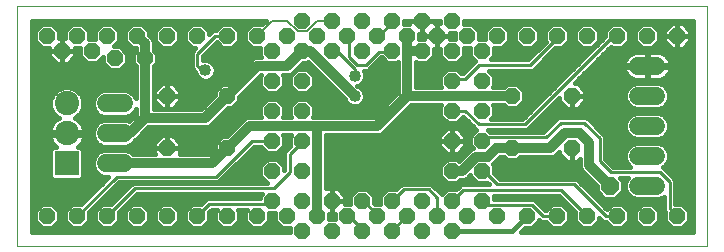
<source format=gtl>
G75*
%MOIN*%
%OFA0B0*%
%FSLAX25Y25*%
%IPPOS*%
%LPD*%
%AMOC8*
5,1,8,0,0,1.08239X$1,22.5*
%
%ADD10C,0.00000*%
%ADD11R,0.08100X0.08100*%
%ADD12C,0.08100*%
%ADD13OC8,0.05200*%
%ADD14C,0.06000*%
%ADD15OC8,0.06000*%
%ADD16C,0.03200*%
%ADD17C,0.01600*%
%ADD18C,0.04000*%
%ADD19C,0.01000*%
%ADD20C,0.00600*%
D10*
X0001000Y0001301D02*
X0001000Y0081261D01*
X0230999Y0081260D01*
X0230999Y0001300D01*
X0001000Y0001301D01*
D11*
X0017499Y0028800D03*
D12*
X0017499Y0038800D03*
X0017499Y0048800D03*
D13*
X0050999Y0051300D03*
X0070999Y0051300D03*
X0085999Y0046300D03*
X0095999Y0046300D03*
X0095999Y0056300D03*
X0085999Y0056300D03*
X0085999Y0066300D03*
X0095999Y0066300D03*
X0105999Y0066300D03*
X0115999Y0066300D03*
X0125999Y0066300D03*
X0135999Y0066300D03*
X0145999Y0066300D03*
X0155999Y0066300D03*
X0150999Y0071300D03*
X0160999Y0071300D03*
X0170999Y0071300D03*
X0180999Y0071300D03*
X0190999Y0071300D03*
X0200999Y0071300D03*
X0210999Y0071300D03*
X0220999Y0071300D03*
X0185999Y0051300D03*
X0165999Y0051300D03*
X0155999Y0046300D03*
X0145999Y0046300D03*
X0145999Y0056300D03*
X0155999Y0056300D03*
X0140999Y0071300D03*
X0130999Y0071300D03*
X0120999Y0071300D03*
X0110999Y0071300D03*
X0100999Y0071300D03*
X0090999Y0071300D03*
X0080999Y0071300D03*
X0070999Y0071300D03*
X0060999Y0071300D03*
X0050999Y0071300D03*
X0040999Y0071300D03*
X0030999Y0071300D03*
X0020999Y0071300D03*
X0010999Y0071300D03*
X0015999Y0066300D03*
X0025999Y0066300D03*
X0033499Y0063800D03*
X0043499Y0063800D03*
X0095999Y0076300D03*
X0105999Y0076300D03*
X0115999Y0076300D03*
X0125999Y0076300D03*
X0135999Y0076300D03*
X0145999Y0076300D03*
X0145999Y0036300D03*
X0155999Y0036300D03*
X0165999Y0033800D03*
X0155999Y0026300D03*
X0145999Y0026300D03*
X0145999Y0016300D03*
X0135999Y0016300D03*
X0125999Y0016300D03*
X0115999Y0016300D03*
X0105999Y0016300D03*
X0095999Y0016300D03*
X0085999Y0016300D03*
X0080999Y0011300D03*
X0070999Y0011300D03*
X0060999Y0011300D03*
X0050999Y0011300D03*
X0040999Y0011300D03*
X0030999Y0011300D03*
X0020999Y0011300D03*
X0010999Y0011300D03*
X0050999Y0033800D03*
X0070999Y0033800D03*
X0085999Y0036300D03*
X0095999Y0036300D03*
X0095999Y0026300D03*
X0085999Y0026300D03*
X0090999Y0011300D03*
X0100999Y0011300D03*
X0110999Y0011300D03*
X0120999Y0011300D03*
X0130999Y0011300D03*
X0140999Y0011300D03*
X0150999Y0011300D03*
X0160999Y0011300D03*
X0170999Y0011300D03*
X0180999Y0011300D03*
X0190999Y0011300D03*
X0200999Y0011300D03*
X0210999Y0011300D03*
X0220999Y0011300D03*
X0185999Y0033800D03*
X0155999Y0016300D03*
X0145999Y0006300D03*
X0135999Y0006300D03*
X0125999Y0006300D03*
X0115999Y0006300D03*
X0105999Y0006300D03*
X0095999Y0006300D03*
D14*
X0036499Y0028800D02*
X0030499Y0028800D01*
X0030499Y0038800D02*
X0036499Y0038800D01*
X0036499Y0048800D02*
X0030499Y0048800D01*
X0207999Y0051300D02*
X0213999Y0051300D01*
X0213999Y0041300D02*
X0207999Y0041300D01*
X0207999Y0031300D02*
X0213999Y0031300D01*
X0213999Y0021300D02*
X0207999Y0021300D01*
X0207999Y0061300D02*
X0213999Y0061300D01*
D15*
X0198499Y0021300D03*
D16*
X0191659Y0028140D01*
X0191659Y0035640D01*
X0188499Y0038800D01*
X0183499Y0038800D01*
X0178499Y0033800D01*
X0165999Y0033800D01*
X0160570Y0033800D01*
X0157870Y0031100D01*
X0154011Y0031100D01*
X0149211Y0026300D01*
X0145999Y0026300D01*
X0120999Y0041300D02*
X0100999Y0041300D01*
X0078499Y0041300D01*
X0070999Y0033800D01*
X0065999Y0028800D01*
X0033499Y0028800D01*
X0033499Y0038800D02*
X0038499Y0038800D01*
X0043499Y0043800D01*
X0063499Y0043800D01*
X0070999Y0051300D01*
X0080999Y0061300D01*
X0090999Y0061300D01*
X0095999Y0066300D01*
X0098499Y0066300D01*
X0113499Y0051300D01*
X0120999Y0041300D02*
X0130999Y0051300D01*
X0165999Y0051300D01*
X0130999Y0051300D02*
X0130999Y0066300D01*
X0135999Y0066300D01*
X0130999Y0066300D02*
X0130999Y0071300D01*
X0100999Y0041300D02*
X0100999Y0011300D01*
X0043499Y0043800D02*
X0043499Y0063800D01*
X0043499Y0068800D01*
X0040999Y0071300D01*
D17*
X0044999Y0071543D02*
X0044999Y0072957D01*
X0042656Y0075300D01*
X0039342Y0075300D01*
X0036999Y0072957D01*
X0036999Y0069643D01*
X0039342Y0067300D01*
X0040499Y0067300D01*
X0040499Y0066457D01*
X0039499Y0065457D01*
X0039499Y0062143D01*
X0040499Y0061143D01*
X0040499Y0050641D01*
X0040229Y0051292D01*
X0038992Y0052530D01*
X0037374Y0053200D01*
X0029624Y0053200D01*
X0028007Y0052530D01*
X0026769Y0051292D01*
X0026099Y0049675D01*
X0026099Y0047925D01*
X0026769Y0046308D01*
X0028007Y0045070D01*
X0029624Y0044400D01*
X0037374Y0044400D01*
X0038992Y0045070D01*
X0040229Y0046308D01*
X0040499Y0046959D01*
X0040499Y0045043D01*
X0038281Y0042824D01*
X0037374Y0043200D01*
X0029624Y0043200D01*
X0028007Y0042530D01*
X0026769Y0041292D01*
X0026099Y0039675D01*
X0026099Y0037925D01*
X0026769Y0036308D01*
X0028007Y0035070D01*
X0029624Y0034400D01*
X0037374Y0034400D01*
X0038992Y0035070D01*
X0040164Y0036243D01*
X0040199Y0036257D01*
X0044742Y0040800D01*
X0064096Y0040800D01*
X0065199Y0041257D01*
X0066042Y0042101D01*
X0071242Y0047300D01*
X0072656Y0047300D01*
X0074999Y0049643D01*
X0074999Y0051057D01*
X0082242Y0058300D01*
X0082342Y0058300D01*
X0081999Y0057957D01*
X0081999Y0054643D01*
X0084342Y0052300D01*
X0087656Y0052300D01*
X0089999Y0054643D01*
X0089999Y0057957D01*
X0089656Y0058300D01*
X0091596Y0058300D01*
X0092699Y0058757D01*
X0096242Y0062300D01*
X0097656Y0062300D01*
X0097956Y0062600D01*
X0110217Y0050340D01*
X0110617Y0049374D01*
X0111573Y0048418D01*
X0112823Y0047900D01*
X0114176Y0047900D01*
X0115425Y0048418D01*
X0116382Y0049374D01*
X0116899Y0050624D01*
X0116899Y0051976D01*
X0116382Y0053226D01*
X0115425Y0054182D01*
X0114459Y0054582D01*
X0114364Y0054678D01*
X0115425Y0055118D01*
X0116382Y0056074D01*
X0116899Y0057324D01*
X0116899Y0058676D01*
X0116475Y0059700D01*
X0117886Y0059700D01*
X0118999Y0060813D01*
X0122386Y0064200D01*
X0122442Y0064200D01*
X0124342Y0062300D01*
X0127656Y0062300D01*
X0127999Y0062643D01*
X0127999Y0052543D01*
X0119757Y0044300D01*
X0099656Y0044300D01*
X0099999Y0044643D01*
X0099999Y0047957D01*
X0097656Y0050300D01*
X0094342Y0050300D01*
X0091999Y0047957D01*
X0091999Y0044643D01*
X0092342Y0044300D01*
X0089656Y0044300D01*
X0089999Y0044643D01*
X0089999Y0047957D01*
X0087656Y0050300D01*
X0084342Y0050300D01*
X0081999Y0047957D01*
X0081999Y0044643D01*
X0082342Y0044300D01*
X0077902Y0044300D01*
X0076800Y0043843D01*
X0075956Y0042999D01*
X0070757Y0037800D01*
X0069342Y0037800D01*
X0066999Y0035457D01*
X0066999Y0034043D01*
X0064757Y0031800D01*
X0055222Y0031800D01*
X0055399Y0031977D01*
X0055399Y0033800D01*
X0055399Y0035623D01*
X0052822Y0038200D01*
X0050999Y0038200D01*
X0049177Y0038200D01*
X0046599Y0035623D01*
X0046599Y0033800D01*
X0050999Y0033800D01*
X0050999Y0033800D01*
X0050999Y0033800D01*
X0046599Y0033800D01*
X0046599Y0035623D01*
X0049177Y0038200D01*
X0050999Y0038200D01*
X0050999Y0033800D01*
X0046599Y0033800D01*
X0046599Y0031977D01*
X0046777Y0031800D01*
X0039722Y0031800D01*
X0038992Y0032530D01*
X0037374Y0033200D01*
X0029624Y0033200D01*
X0028007Y0032530D01*
X0026769Y0031292D01*
X0026099Y0029675D01*
X0026099Y0027925D01*
X0026769Y0026308D01*
X0028007Y0025070D01*
X0029624Y0024400D01*
X0031412Y0024400D01*
X0022312Y0015300D01*
X0019342Y0015300D01*
X0016999Y0012957D01*
X0016999Y0009643D01*
X0019342Y0007300D01*
X0022656Y0007300D01*
X0024999Y0009643D01*
X0024999Y0012613D01*
X0034900Y0022514D01*
X0068056Y0022514D01*
X0079942Y0034400D01*
X0082242Y0034400D01*
X0084342Y0032300D01*
X0087656Y0032300D01*
X0089999Y0034643D01*
X0089999Y0037957D01*
X0089656Y0038300D01*
X0092342Y0038300D01*
X0091999Y0037957D01*
X0091999Y0034687D01*
X0091112Y0033800D01*
X0089999Y0032687D01*
X0089999Y0026713D01*
X0089999Y0027957D01*
X0087656Y0030300D01*
X0084342Y0030300D01*
X0081999Y0027957D01*
X0081999Y0024643D01*
X0084242Y0022400D01*
X0039412Y0022400D01*
X0038299Y0021287D01*
X0032312Y0015300D01*
X0029342Y0015300D01*
X0026999Y0012957D01*
X0026999Y0009643D01*
X0029342Y0007300D01*
X0032656Y0007300D01*
X0034999Y0009643D01*
X0034999Y0012613D01*
X0040986Y0018600D01*
X0082643Y0018600D01*
X0081999Y0017957D01*
X0081999Y0017254D01*
X0064266Y0017254D01*
X0063153Y0016141D01*
X0062312Y0015300D01*
X0059342Y0015300D01*
X0056999Y0012957D01*
X0056999Y0009643D01*
X0059342Y0007300D01*
X0062656Y0007300D01*
X0064999Y0009643D01*
X0064999Y0012613D01*
X0065840Y0013454D01*
X0067496Y0013454D01*
X0066999Y0012957D01*
X0066999Y0009643D01*
X0069342Y0007300D01*
X0072656Y0007300D01*
X0074999Y0009643D01*
X0074999Y0012957D01*
X0074502Y0013454D01*
X0077496Y0013454D01*
X0076999Y0012957D01*
X0076999Y0009643D01*
X0079342Y0007300D01*
X0082656Y0007300D01*
X0084999Y0009643D01*
X0084999Y0012300D01*
X0086999Y0012300D01*
X0086999Y0009643D01*
X0089342Y0007300D01*
X0091999Y0007300D01*
X0091999Y0006100D01*
X0005800Y0006100D01*
X0005800Y0076461D01*
X0083756Y0076461D01*
X0082595Y0075300D01*
X0079342Y0075300D01*
X0076999Y0072957D01*
X0076999Y0069643D01*
X0079342Y0067300D01*
X0081999Y0067300D01*
X0081999Y0064643D01*
X0082342Y0064300D01*
X0080402Y0064300D01*
X0079300Y0063843D01*
X0078456Y0062999D01*
X0070757Y0055300D01*
X0069342Y0055300D01*
X0066999Y0052957D01*
X0066999Y0051543D01*
X0062257Y0046800D01*
X0046499Y0046800D01*
X0046499Y0061143D01*
X0047499Y0062143D01*
X0047499Y0065457D01*
X0046499Y0066457D01*
X0046499Y0069397D01*
X0046042Y0070499D01*
X0045199Y0071343D01*
X0044999Y0071543D01*
X0044999Y0072957D01*
X0042656Y0075300D01*
X0039342Y0075300D01*
X0036999Y0072957D01*
X0036999Y0069643D01*
X0039342Y0067300D01*
X0040499Y0067300D01*
X0040499Y0066457D01*
X0039499Y0065457D01*
X0039499Y0062143D01*
X0040499Y0061143D01*
X0040499Y0050641D01*
X0040229Y0051292D01*
X0038992Y0052530D01*
X0037374Y0053200D01*
X0029624Y0053200D01*
X0028007Y0052530D01*
X0026769Y0051292D01*
X0026099Y0049675D01*
X0026099Y0047925D01*
X0026769Y0046308D01*
X0028007Y0045070D01*
X0029624Y0044400D01*
X0037374Y0044400D01*
X0038992Y0045070D01*
X0040229Y0046308D01*
X0040499Y0046959D01*
X0040499Y0045043D01*
X0038281Y0042824D01*
X0037374Y0043200D01*
X0029624Y0043200D01*
X0028007Y0042530D01*
X0026769Y0041292D01*
X0026099Y0039675D01*
X0026099Y0037925D01*
X0026769Y0036308D01*
X0028007Y0035070D01*
X0029624Y0034400D01*
X0037374Y0034400D01*
X0038992Y0035070D01*
X0040164Y0036243D01*
X0040199Y0036257D01*
X0044742Y0040800D01*
X0064096Y0040800D01*
X0065199Y0041257D01*
X0066042Y0042101D01*
X0066042Y0042101D01*
X0071242Y0047300D01*
X0072656Y0047300D01*
X0074999Y0049643D01*
X0074999Y0051057D01*
X0082242Y0058300D01*
X0082342Y0058300D01*
X0081999Y0057957D01*
X0081999Y0054643D01*
X0084342Y0052300D01*
X0087656Y0052300D01*
X0089999Y0054643D01*
X0089999Y0057957D01*
X0089656Y0058300D01*
X0091596Y0058300D01*
X0092699Y0058757D01*
X0096242Y0062300D01*
X0097656Y0062300D01*
X0097956Y0062600D01*
X0110217Y0050340D01*
X0110617Y0049374D01*
X0111573Y0048418D01*
X0112823Y0047900D01*
X0114176Y0047900D01*
X0115425Y0048418D01*
X0116382Y0049374D01*
X0116899Y0050624D01*
X0116899Y0051976D01*
X0116382Y0053226D01*
X0115425Y0054182D01*
X0114459Y0054582D01*
X0114364Y0054678D01*
X0115425Y0055118D01*
X0116382Y0056074D01*
X0116899Y0057324D01*
X0116899Y0058676D01*
X0116475Y0059700D01*
X0117886Y0059700D01*
X0118999Y0060813D01*
X0122386Y0064200D01*
X0122442Y0064200D01*
X0124342Y0062300D01*
X0127656Y0062300D01*
X0127999Y0062643D01*
X0127999Y0052543D01*
X0119757Y0044300D01*
X0099656Y0044300D01*
X0099999Y0044643D01*
X0099999Y0047957D01*
X0097656Y0050300D01*
X0094342Y0050300D01*
X0091999Y0047957D01*
X0091999Y0044643D01*
X0092342Y0044300D01*
X0089656Y0044300D01*
X0089999Y0044643D01*
X0089999Y0047957D01*
X0087656Y0050300D01*
X0084342Y0050300D01*
X0081999Y0047957D01*
X0081999Y0044643D01*
X0082342Y0044300D01*
X0077902Y0044300D01*
X0076800Y0043843D01*
X0075956Y0042999D01*
X0070757Y0037800D01*
X0069342Y0037800D01*
X0066999Y0035457D01*
X0066999Y0034043D01*
X0064757Y0031800D01*
X0055222Y0031800D01*
X0055399Y0031977D01*
X0055399Y0033800D01*
X0050999Y0033800D01*
X0046599Y0033800D01*
X0046599Y0031977D01*
X0046777Y0031800D01*
X0039722Y0031800D01*
X0038992Y0032530D01*
X0037374Y0033200D01*
X0029624Y0033200D01*
X0028007Y0032530D01*
X0026769Y0031292D01*
X0026099Y0029675D01*
X0026099Y0027925D01*
X0026769Y0026308D01*
X0028007Y0025070D01*
X0029624Y0024400D01*
X0031412Y0024400D01*
X0022312Y0015300D01*
X0019342Y0015300D01*
X0016999Y0012957D01*
X0016999Y0009643D01*
X0019342Y0007300D01*
X0022656Y0007300D01*
X0024999Y0009643D01*
X0024999Y0012613D01*
X0034900Y0022514D01*
X0068056Y0022514D01*
X0079942Y0034400D01*
X0082242Y0034400D01*
X0084342Y0032300D01*
X0087656Y0032300D01*
X0089999Y0034643D01*
X0089999Y0037957D01*
X0089656Y0038300D01*
X0092342Y0038300D01*
X0091999Y0037957D01*
X0091999Y0034687D01*
X0091112Y0033800D01*
X0089999Y0032687D01*
X0089999Y0026713D01*
X0089999Y0026713D01*
X0089999Y0027957D01*
X0087656Y0030300D01*
X0084342Y0030300D01*
X0081999Y0027957D01*
X0081999Y0024643D01*
X0084242Y0022400D01*
X0039412Y0022400D01*
X0038299Y0021287D01*
X0032312Y0015300D01*
X0029342Y0015300D01*
X0026999Y0012957D01*
X0026999Y0009643D01*
X0029342Y0007300D01*
X0032656Y0007300D01*
X0034999Y0009643D01*
X0034999Y0012613D01*
X0040986Y0018600D01*
X0082643Y0018600D01*
X0081999Y0017957D01*
X0081999Y0017254D01*
X0064266Y0017254D01*
X0063153Y0016141D01*
X0062312Y0015300D01*
X0059342Y0015300D01*
X0056999Y0012957D01*
X0056999Y0009643D01*
X0059342Y0007300D01*
X0062656Y0007300D01*
X0064999Y0009643D01*
X0064999Y0012613D01*
X0065840Y0013454D01*
X0067496Y0013454D01*
X0066999Y0012957D01*
X0066999Y0009643D01*
X0069342Y0007300D01*
X0072656Y0007300D01*
X0074999Y0009643D01*
X0074999Y0012957D01*
X0074502Y0013454D01*
X0077496Y0013454D01*
X0076999Y0012957D01*
X0076999Y0009643D01*
X0079342Y0007300D01*
X0082656Y0007300D01*
X0084999Y0009643D01*
X0084999Y0012300D01*
X0086999Y0012300D01*
X0086999Y0009643D01*
X0089342Y0007300D01*
X0091999Y0007300D01*
X0091999Y0006100D01*
X0005800Y0006100D01*
X0005800Y0076461D01*
X0083756Y0076461D01*
X0082595Y0075300D01*
X0079342Y0075300D01*
X0076999Y0072957D01*
X0076999Y0069643D01*
X0079342Y0067300D01*
X0081999Y0067300D01*
X0081999Y0064643D01*
X0082342Y0064300D01*
X0080402Y0064300D01*
X0079300Y0063843D01*
X0078456Y0062999D01*
X0070757Y0055300D01*
X0069342Y0055300D01*
X0066999Y0052957D01*
X0066999Y0051543D01*
X0062257Y0046800D01*
X0046499Y0046800D01*
X0046499Y0061143D01*
X0047499Y0062143D01*
X0047499Y0065457D01*
X0046499Y0066457D01*
X0046499Y0069397D01*
X0046042Y0070499D01*
X0045199Y0071343D01*
X0044999Y0071543D01*
X0044999Y0071634D02*
X0046999Y0071634D01*
X0044999Y0071634D01*
X0044723Y0073233D02*
X0047275Y0073233D01*
X0044723Y0073233D01*
X0046999Y0072957D02*
X0046999Y0069643D01*
X0049342Y0067300D01*
X0052656Y0067300D01*
X0054999Y0069643D01*
X0054999Y0072957D01*
X0052656Y0075300D01*
X0049342Y0075300D01*
X0046999Y0072957D01*
X0046999Y0069643D01*
X0049342Y0067300D01*
X0052656Y0067300D01*
X0054999Y0069643D01*
X0054999Y0072957D01*
X0052656Y0075300D01*
X0049342Y0075300D01*
X0046999Y0072957D01*
X0048874Y0074832D02*
X0043125Y0074832D01*
X0048874Y0074832D01*
X0053125Y0074832D02*
X0058874Y0074832D01*
X0053125Y0074832D01*
X0054723Y0073233D02*
X0057275Y0073233D01*
X0054723Y0073233D01*
X0056999Y0072957D02*
X0056999Y0069643D01*
X0059342Y0067300D01*
X0060275Y0067300D01*
X0059099Y0066124D01*
X0059099Y0060513D01*
X0060212Y0059400D01*
X0060299Y0059313D01*
X0060299Y0059124D01*
X0060817Y0057874D01*
X0061773Y0056918D01*
X0063023Y0056400D01*
X0064376Y0056400D01*
X0065625Y0056918D01*
X0066582Y0057874D01*
X0067099Y0059124D01*
X0067099Y0060476D01*
X0066582Y0061726D01*
X0065625Y0062682D01*
X0064376Y0063200D01*
X0063023Y0063200D01*
X0062899Y0063149D01*
X0062899Y0064550D01*
X0067496Y0069147D01*
X0069342Y0067300D01*
X0072656Y0067300D01*
X0074999Y0069643D01*
X0074999Y0072957D01*
X0072656Y0075300D01*
X0069342Y0075300D01*
X0067242Y0073200D01*
X0066175Y0073200D01*
X0064999Y0072024D01*
X0064999Y0072957D01*
X0062656Y0075300D01*
X0059342Y0075300D01*
X0056999Y0072957D01*
X0056999Y0069643D01*
X0059342Y0067300D01*
X0060275Y0067300D01*
X0059099Y0066124D01*
X0059099Y0060513D01*
X0060212Y0059400D01*
X0060299Y0059313D01*
X0060299Y0059124D01*
X0060817Y0057874D01*
X0061773Y0056918D01*
X0063023Y0056400D01*
X0064376Y0056400D01*
X0065625Y0056918D01*
X0066582Y0057874D01*
X0067099Y0059124D01*
X0067099Y0060476D01*
X0066582Y0061726D01*
X0065625Y0062682D01*
X0064376Y0063200D01*
X0063023Y0063200D01*
X0062899Y0063149D01*
X0062899Y0064550D01*
X0067496Y0069147D01*
X0069342Y0067300D01*
X0072656Y0067300D01*
X0074999Y0069643D01*
X0074999Y0072957D01*
X0072656Y0075300D01*
X0069342Y0075300D01*
X0067242Y0073200D01*
X0066175Y0073200D01*
X0064999Y0072024D01*
X0064999Y0072957D01*
X0062656Y0075300D01*
X0059342Y0075300D01*
X0056999Y0072957D01*
X0056999Y0071634D02*
X0054999Y0071634D01*
X0056999Y0071634D01*
X0056999Y0070036D02*
X0054999Y0070036D01*
X0056999Y0070036D01*
X0058205Y0068437D02*
X0053794Y0068437D01*
X0058205Y0068437D01*
X0059814Y0066839D02*
X0046499Y0066839D01*
X0059814Y0066839D01*
X0059099Y0065240D02*
X0047499Y0065240D01*
X0059099Y0065240D01*
X0059099Y0063642D02*
X0047499Y0063642D01*
X0059099Y0063642D01*
X0059099Y0062043D02*
X0047399Y0062043D01*
X0059099Y0062043D01*
X0059167Y0060445D02*
X0046499Y0060445D01*
X0059167Y0060445D01*
X0060414Y0058846D02*
X0046499Y0058846D01*
X0060414Y0058846D01*
X0061443Y0057248D02*
X0046499Y0057248D01*
X0061443Y0057248D01*
X0065955Y0057248D02*
X0072704Y0057248D01*
X0065955Y0057248D01*
X0066984Y0058846D02*
X0074303Y0058846D01*
X0066984Y0058846D01*
X0067099Y0060445D02*
X0075901Y0060445D01*
X0067099Y0060445D01*
X0066264Y0062043D02*
X0077500Y0062043D01*
X0066264Y0062043D01*
X0062899Y0063642D02*
X0079099Y0063642D01*
X0062899Y0063642D01*
X0063589Y0065240D02*
X0081999Y0065240D01*
X0063589Y0065240D01*
X0065188Y0066839D02*
X0081999Y0066839D01*
X0065188Y0066839D01*
X0066786Y0068437D02*
X0068205Y0068437D01*
X0066786Y0068437D01*
X0073794Y0068437D02*
X0078205Y0068437D01*
X0073794Y0068437D01*
X0074999Y0070036D02*
X0076999Y0070036D01*
X0074999Y0070036D01*
X0074999Y0071634D02*
X0076999Y0071634D01*
X0074999Y0071634D01*
X0074723Y0073233D02*
X0077275Y0073233D01*
X0074723Y0073233D01*
X0073125Y0074832D02*
X0078874Y0074832D01*
X0073125Y0074832D01*
X0068874Y0074832D02*
X0063125Y0074832D01*
X0068874Y0074832D01*
X0067275Y0073233D02*
X0064723Y0073233D01*
X0067275Y0073233D01*
X0083725Y0076430D02*
X0005800Y0076430D01*
X0083725Y0076430D01*
X0048205Y0068437D02*
X0046499Y0068437D01*
X0048205Y0068437D01*
X0046999Y0070036D02*
X0046234Y0070036D01*
X0046999Y0070036D01*
X0040499Y0066839D02*
X0036117Y0066839D01*
X0040499Y0066839D01*
X0037499Y0065457D02*
X0035156Y0067800D01*
X0033156Y0067800D01*
X0034999Y0069643D01*
X0034999Y0072957D01*
X0032656Y0075300D01*
X0029342Y0075300D01*
X0026999Y0072957D01*
X0026999Y0070300D01*
X0024999Y0070300D01*
X0024999Y0072957D01*
X0022656Y0075300D01*
X0019342Y0075300D01*
X0016999Y0072957D01*
X0016999Y0070700D01*
X0015999Y0070700D01*
X0014999Y0070700D01*
X0014999Y0072957D01*
X0012656Y0075300D01*
X0009342Y0075300D01*
X0006999Y0072957D01*
X0006999Y0069643D01*
X0009342Y0067300D01*
X0011599Y0067300D01*
X0011599Y0066300D01*
X0015999Y0066300D01*
X0015999Y0066300D01*
X0015999Y0066300D01*
X0011599Y0066300D01*
X0011599Y0067300D01*
X0009342Y0067300D01*
X0006999Y0069643D01*
X0006999Y0072957D01*
X0009342Y0075300D01*
X0012656Y0075300D01*
X0014999Y0072957D01*
X0014999Y0070700D01*
X0015999Y0070700D01*
X0015999Y0066300D01*
X0011599Y0066300D01*
X0011599Y0064477D01*
X0014177Y0061900D01*
X0015999Y0061900D01*
X0015999Y0066300D01*
X0011599Y0066300D01*
X0011599Y0064477D01*
X0014177Y0061900D01*
X0015999Y0061900D01*
X0015999Y0066300D01*
X0015999Y0066300D01*
X0015999Y0070700D01*
X0015999Y0066300D01*
X0015999Y0066300D01*
X0015999Y0066300D01*
X0015999Y0066300D01*
X0015999Y0061900D01*
X0017822Y0061900D01*
X0020399Y0064477D01*
X0020399Y0066300D01*
X0020399Y0067300D01*
X0021999Y0067300D01*
X0021999Y0064643D01*
X0024342Y0062300D01*
X0027656Y0062300D01*
X0029499Y0064143D01*
X0029499Y0062143D01*
X0031842Y0059800D01*
X0035156Y0059800D01*
X0037499Y0062143D01*
X0037499Y0065457D01*
X0035156Y0067800D01*
X0033156Y0067800D01*
X0034999Y0069643D01*
X0034999Y0072957D01*
X0032656Y0075300D01*
X0029342Y0075300D01*
X0026999Y0072957D01*
X0026999Y0070300D01*
X0024999Y0070300D01*
X0024999Y0072957D01*
X0022656Y0075300D01*
X0019342Y0075300D01*
X0016999Y0072957D01*
X0016999Y0070700D01*
X0015999Y0070700D01*
X0015999Y0066300D01*
X0015999Y0061900D01*
X0017822Y0061900D01*
X0020399Y0064477D01*
X0020399Y0066300D01*
X0015999Y0066300D01*
X0015999Y0066300D01*
X0020399Y0066300D01*
X0020399Y0067300D01*
X0021999Y0067300D01*
X0021999Y0064643D01*
X0024342Y0062300D01*
X0027656Y0062300D01*
X0029499Y0064143D01*
X0029499Y0062143D01*
X0031842Y0059800D01*
X0035156Y0059800D01*
X0037499Y0062143D01*
X0037499Y0065457D01*
X0037499Y0065240D02*
X0039499Y0065240D01*
X0037499Y0065240D01*
X0037499Y0063642D02*
X0039499Y0063642D01*
X0037499Y0063642D01*
X0037399Y0062043D02*
X0039599Y0062043D01*
X0037399Y0062043D01*
X0035801Y0060445D02*
X0040499Y0060445D01*
X0035801Y0060445D01*
X0031197Y0060445D02*
X0005800Y0060445D01*
X0031197Y0060445D01*
X0029599Y0062043D02*
X0017965Y0062043D01*
X0029599Y0062043D01*
X0029499Y0063642D02*
X0028998Y0063642D01*
X0029499Y0063642D01*
X0023000Y0063642D02*
X0019564Y0063642D01*
X0023000Y0063642D01*
X0021999Y0065240D02*
X0020399Y0065240D01*
X0021999Y0065240D01*
X0021999Y0066839D02*
X0020399Y0066839D01*
X0021999Y0066839D01*
X0020399Y0066300D02*
X0015999Y0066300D01*
X0015999Y0066300D01*
X0020399Y0066300D01*
X0015999Y0066839D02*
X0015999Y0066839D01*
X0015999Y0066839D01*
X0015999Y0068437D02*
X0015999Y0068437D01*
X0015999Y0068437D01*
X0015999Y0070036D02*
X0015999Y0070036D01*
X0015999Y0070036D01*
X0014999Y0071634D02*
X0016999Y0071634D01*
X0014999Y0071634D01*
X0014723Y0073233D02*
X0017275Y0073233D01*
X0014723Y0073233D01*
X0013125Y0074832D02*
X0018874Y0074832D01*
X0013125Y0074832D01*
X0008874Y0074832D02*
X0005800Y0074832D01*
X0008874Y0074832D01*
X0007275Y0073233D02*
X0005800Y0073233D01*
X0007275Y0073233D01*
X0006999Y0071634D02*
X0005800Y0071634D01*
X0006999Y0071634D01*
X0006999Y0070036D02*
X0005800Y0070036D01*
X0006999Y0070036D01*
X0005800Y0068437D02*
X0008205Y0068437D01*
X0005800Y0068437D01*
X0005800Y0066839D02*
X0011599Y0066839D01*
X0005800Y0066839D01*
X0005800Y0065240D02*
X0011599Y0065240D01*
X0005800Y0065240D01*
X0005800Y0063642D02*
X0012435Y0063642D01*
X0005800Y0063642D01*
X0005800Y0062043D02*
X0014033Y0062043D01*
X0005800Y0062043D01*
X0005800Y0058846D02*
X0040499Y0058846D01*
X0005800Y0058846D01*
X0005800Y0057248D02*
X0040499Y0057248D01*
X0005800Y0057248D01*
X0005800Y0055649D02*
X0040499Y0055649D01*
X0005800Y0055649D01*
X0005800Y0054051D02*
X0015934Y0054051D01*
X0005800Y0054051D01*
X0005800Y0052452D02*
X0013444Y0052452D01*
X0005800Y0052452D01*
X0005800Y0050854D02*
X0012451Y0050854D01*
X0005800Y0050854D01*
X0005800Y0049255D02*
X0012049Y0049255D01*
X0005800Y0049255D01*
X0005800Y0047657D02*
X0012074Y0047657D01*
X0005800Y0047657D01*
X0005800Y0046058D02*
X0012736Y0046058D01*
X0005800Y0046058D01*
X0005800Y0044460D02*
X0014132Y0044460D01*
X0005800Y0044460D01*
X0005800Y0042861D02*
X0013287Y0042861D01*
X0005800Y0042861D01*
X0005800Y0041263D02*
X0012188Y0041263D01*
X0005800Y0041263D01*
X0005800Y0039664D02*
X0011713Y0039664D01*
X0005800Y0039664D01*
X0005800Y0038066D02*
X0011693Y0038066D01*
X0005800Y0038066D01*
X0005800Y0036467D02*
X0012122Y0036467D01*
X0005800Y0036467D01*
X0005800Y0034869D02*
X0013157Y0034869D01*
X0005800Y0034869D01*
X0005800Y0033270D02*
X0012049Y0033270D01*
X0005800Y0033270D01*
X0005800Y0031672D02*
X0012049Y0031672D01*
X0005800Y0031672D01*
X0005800Y0030073D02*
X0012049Y0030073D01*
X0005800Y0030073D01*
X0005800Y0028475D02*
X0012049Y0028475D01*
X0005800Y0028475D01*
X0005800Y0026876D02*
X0012049Y0026876D01*
X0005800Y0026876D01*
X0005800Y0025278D02*
X0012049Y0025278D01*
X0005800Y0025278D01*
X0005800Y0023679D02*
X0012540Y0023679D01*
X0005800Y0023679D01*
X0005800Y0022081D02*
X0029093Y0022081D01*
X0005800Y0022081D01*
X0005800Y0020482D02*
X0027494Y0020482D01*
X0005800Y0020482D01*
X0005800Y0018884D02*
X0025896Y0018884D01*
X0005800Y0018884D01*
X0005800Y0017285D02*
X0024297Y0017285D01*
X0005800Y0017285D01*
X0005800Y0015687D02*
X0022699Y0015687D01*
X0005800Y0015687D01*
X0005800Y0014088D02*
X0008130Y0014088D01*
X0005800Y0014088D01*
X0005800Y0012490D02*
X0006999Y0012490D01*
X0005800Y0012490D01*
X0006999Y0012957D02*
X0006999Y0009643D01*
X0009342Y0007300D01*
X0012656Y0007300D01*
X0014999Y0009643D01*
X0014999Y0012957D01*
X0012656Y0015300D01*
X0009342Y0015300D01*
X0006999Y0012957D01*
X0006999Y0009643D01*
X0009342Y0007300D01*
X0012656Y0007300D01*
X0014999Y0009643D01*
X0014999Y0012957D01*
X0012656Y0015300D01*
X0009342Y0015300D01*
X0006999Y0012957D01*
X0006999Y0010891D02*
X0005800Y0010891D01*
X0006999Y0010891D01*
X0007350Y0009293D02*
X0005800Y0009293D01*
X0007350Y0009293D01*
X0005800Y0007694D02*
X0008948Y0007694D01*
X0005800Y0007694D01*
X0013050Y0007694D02*
X0018948Y0007694D01*
X0013050Y0007694D01*
X0014649Y0009293D02*
X0017350Y0009293D01*
X0014649Y0009293D01*
X0014999Y0010891D02*
X0016999Y0010891D01*
X0014999Y0010891D01*
X0014999Y0012490D02*
X0016999Y0012490D01*
X0014999Y0012490D01*
X0013868Y0014088D02*
X0018130Y0014088D01*
X0013868Y0014088D01*
X0024999Y0012490D02*
X0026999Y0012490D01*
X0024999Y0012490D01*
X0024999Y0010891D02*
X0026999Y0010891D01*
X0024999Y0010891D01*
X0024649Y0009293D02*
X0027350Y0009293D01*
X0024649Y0009293D01*
X0023050Y0007694D02*
X0028948Y0007694D01*
X0023050Y0007694D01*
X0033050Y0007694D02*
X0038948Y0007694D01*
X0033050Y0007694D01*
X0034649Y0009293D02*
X0037350Y0009293D01*
X0034649Y0009293D01*
X0036999Y0009643D02*
X0039342Y0007300D01*
X0042656Y0007300D01*
X0044999Y0009643D01*
X0044999Y0012957D01*
X0042656Y0015300D01*
X0039342Y0015300D01*
X0036999Y0012957D01*
X0036999Y0009643D01*
X0039342Y0007300D01*
X0042656Y0007300D01*
X0044999Y0009643D01*
X0044999Y0012957D01*
X0042656Y0015300D01*
X0039342Y0015300D01*
X0036999Y0012957D01*
X0036999Y0009643D01*
X0036999Y0010891D02*
X0034999Y0010891D01*
X0036999Y0010891D01*
X0036999Y0012490D02*
X0034999Y0012490D01*
X0036999Y0012490D01*
X0036474Y0014088D02*
X0038130Y0014088D01*
X0036474Y0014088D01*
X0038073Y0015687D02*
X0062699Y0015687D01*
X0038073Y0015687D01*
X0039671Y0017285D02*
X0081999Y0017285D01*
X0039671Y0017285D01*
X0035896Y0018884D02*
X0031270Y0018884D01*
X0035896Y0018884D01*
X0037494Y0020482D02*
X0032868Y0020482D01*
X0037494Y0020482D01*
X0039093Y0022081D02*
X0034467Y0022081D01*
X0039093Y0022081D01*
X0030691Y0023679D02*
X0022458Y0023679D01*
X0030691Y0023679D01*
X0027799Y0025278D02*
X0022949Y0025278D01*
X0027799Y0025278D01*
X0026534Y0026876D02*
X0022949Y0026876D01*
X0026534Y0026876D01*
X0026099Y0028475D02*
X0022949Y0028475D01*
X0026099Y0028475D01*
X0026264Y0030073D02*
X0022949Y0030073D01*
X0026264Y0030073D01*
X0027148Y0031672D02*
X0022949Y0031672D01*
X0027148Y0031672D01*
X0022949Y0033270D02*
X0046599Y0033270D01*
X0022949Y0033270D01*
X0022949Y0033430D02*
X0022129Y0034250D01*
X0021189Y0034250D01*
X0021310Y0034338D01*
X0021961Y0034989D01*
X0022503Y0035734D01*
X0022921Y0036554D01*
X0023205Y0037430D01*
X0023335Y0038250D01*
X0018049Y0038250D01*
X0018049Y0039350D01*
X0023335Y0039350D01*
X0023205Y0040170D01*
X0022921Y0041046D01*
X0022503Y0041866D01*
X0021961Y0042611D01*
X0021310Y0043262D01*
X0020565Y0043803D01*
X0020167Y0044006D01*
X0020586Y0044180D01*
X0022119Y0045713D01*
X0022949Y0047716D01*
X0022949Y0049884D01*
X0022119Y0051887D01*
X0020586Y0053420D01*
X0018583Y0054250D01*
X0016415Y0054250D01*
X0014412Y0053420D01*
X0012879Y0051887D01*
X0012049Y0049884D01*
X0012049Y0047716D01*
X0012879Y0045713D01*
X0014412Y0044180D01*
X0014831Y0044006D01*
X0014433Y0043803D01*
X0013688Y0043262D01*
X0013037Y0042611D01*
X0012496Y0041866D01*
X0012078Y0041046D01*
X0011793Y0040170D01*
X0011663Y0039350D01*
X0016949Y0039350D01*
X0016949Y0038250D01*
X0011663Y0038250D01*
X0011793Y0037430D01*
X0012078Y0036554D01*
X0012496Y0035734D01*
X0013037Y0034989D01*
X0013688Y0034338D01*
X0013809Y0034250D01*
X0012869Y0034250D01*
X0012049Y0033430D01*
X0012049Y0024170D01*
X0012869Y0023350D01*
X0022129Y0023350D01*
X0022949Y0024170D01*
X0022949Y0033430D01*
X0022129Y0034250D01*
X0021189Y0034250D01*
X0021310Y0034338D01*
X0021961Y0034989D01*
X0022503Y0035734D01*
X0022921Y0036554D01*
X0023205Y0037430D01*
X0023335Y0038250D01*
X0018049Y0038250D01*
X0018049Y0039350D01*
X0023335Y0039350D01*
X0023205Y0040170D01*
X0022921Y0041046D01*
X0022503Y0041866D01*
X0021961Y0042611D01*
X0021310Y0043262D01*
X0020565Y0043803D01*
X0020167Y0044006D01*
X0020586Y0044180D01*
X0022119Y0045713D01*
X0022949Y0047716D01*
X0022949Y0049884D01*
X0022119Y0051887D01*
X0020586Y0053420D01*
X0018583Y0054250D01*
X0016415Y0054250D01*
X0014412Y0053420D01*
X0012879Y0051887D01*
X0012049Y0049884D01*
X0012049Y0047716D01*
X0012879Y0045713D01*
X0014412Y0044180D01*
X0014831Y0044006D01*
X0014433Y0043803D01*
X0013688Y0043262D01*
X0013037Y0042611D01*
X0012496Y0041866D01*
X0012078Y0041046D01*
X0011793Y0040170D01*
X0011663Y0039350D01*
X0016949Y0039350D01*
X0016949Y0038250D01*
X0011663Y0038250D01*
X0011793Y0037430D01*
X0012078Y0036554D01*
X0012496Y0035734D01*
X0013037Y0034989D01*
X0013688Y0034338D01*
X0013809Y0034250D01*
X0012869Y0034250D01*
X0012049Y0033430D01*
X0012049Y0024170D01*
X0012869Y0023350D01*
X0022129Y0023350D01*
X0022949Y0024170D01*
X0022949Y0033430D01*
X0021841Y0034869D02*
X0028492Y0034869D01*
X0021841Y0034869D01*
X0022876Y0036467D02*
X0026703Y0036467D01*
X0022876Y0036467D01*
X0023306Y0038066D02*
X0026099Y0038066D01*
X0023306Y0038066D01*
X0023285Y0039664D02*
X0026099Y0039664D01*
X0023285Y0039664D01*
X0022810Y0041263D02*
X0026757Y0041263D01*
X0022810Y0041263D01*
X0021711Y0042861D02*
X0028806Y0042861D01*
X0021711Y0042861D01*
X0020866Y0044460D02*
X0029480Y0044460D01*
X0020866Y0044460D01*
X0022263Y0046058D02*
X0027018Y0046058D01*
X0022263Y0046058D01*
X0022925Y0047657D02*
X0026210Y0047657D01*
X0022925Y0047657D01*
X0022949Y0049255D02*
X0026099Y0049255D01*
X0022949Y0049255D01*
X0022548Y0050854D02*
X0026587Y0050854D01*
X0022548Y0050854D01*
X0021554Y0052452D02*
X0027929Y0052452D01*
X0021554Y0052452D01*
X0019064Y0054051D02*
X0040499Y0054051D01*
X0019064Y0054051D01*
X0039069Y0052452D02*
X0040499Y0052452D01*
X0039069Y0052452D01*
X0040411Y0050854D02*
X0040499Y0050854D01*
X0040411Y0050854D01*
X0046499Y0050854D02*
X0046599Y0050854D01*
X0046499Y0050854D01*
X0046599Y0051300D02*
X0046599Y0049477D01*
X0049177Y0046900D01*
X0050999Y0046900D01*
X0050999Y0051300D01*
X0050999Y0051300D01*
X0046599Y0051300D01*
X0046599Y0053123D01*
X0049177Y0055700D01*
X0050999Y0055700D01*
X0050999Y0051300D01*
X0050999Y0051300D01*
X0046599Y0051300D01*
X0046599Y0053123D01*
X0049177Y0055700D01*
X0050999Y0055700D01*
X0050999Y0051300D01*
X0046599Y0051300D01*
X0046599Y0049477D01*
X0049177Y0046900D01*
X0050999Y0046900D01*
X0050999Y0051300D01*
X0046599Y0051300D01*
X0046599Y0052452D02*
X0046499Y0052452D01*
X0046599Y0052452D01*
X0050999Y0052452D02*
X0050999Y0052452D01*
X0050999Y0052452D01*
X0050999Y0051300D02*
X0050999Y0051300D01*
X0050999Y0051300D01*
X0050999Y0051300D01*
X0050999Y0051300D01*
X0050999Y0046900D01*
X0052822Y0046900D01*
X0055399Y0049477D01*
X0055399Y0051300D01*
X0055399Y0053123D01*
X0052822Y0055700D01*
X0050999Y0055700D01*
X0050999Y0051300D01*
X0050999Y0046900D01*
X0052822Y0046900D01*
X0055399Y0049477D01*
X0055399Y0051300D01*
X0050999Y0051300D01*
X0050999Y0055700D01*
X0052822Y0055700D01*
X0055399Y0053123D01*
X0055399Y0051300D01*
X0050999Y0051300D01*
X0050999Y0051300D01*
X0055399Y0051300D01*
X0050999Y0051300D01*
X0050999Y0051300D01*
X0050999Y0050854D02*
X0050999Y0050854D01*
X0050999Y0050854D01*
X0050999Y0049255D02*
X0050999Y0049255D01*
X0050999Y0049255D01*
X0046821Y0049255D02*
X0046499Y0049255D01*
X0046821Y0049255D01*
X0046499Y0047657D02*
X0048420Y0047657D01*
X0046499Y0047657D01*
X0050999Y0047657D02*
X0050999Y0047657D01*
X0050999Y0047657D01*
X0053579Y0047657D02*
X0063113Y0047657D01*
X0053579Y0047657D01*
X0055177Y0049255D02*
X0064712Y0049255D01*
X0055177Y0049255D01*
X0055399Y0050854D02*
X0066310Y0050854D01*
X0055399Y0050854D01*
X0055399Y0052452D02*
X0066999Y0052452D01*
X0055399Y0052452D01*
X0054471Y0054051D02*
X0068093Y0054051D01*
X0054471Y0054051D01*
X0052872Y0055649D02*
X0071106Y0055649D01*
X0052872Y0055649D01*
X0050999Y0055649D02*
X0050999Y0055649D01*
X0050999Y0055649D01*
X0049126Y0055649D02*
X0046499Y0055649D01*
X0049126Y0055649D01*
X0047528Y0054051D02*
X0046499Y0054051D01*
X0047528Y0054051D01*
X0050999Y0054051D02*
X0050999Y0054051D01*
X0050999Y0054051D01*
X0040499Y0046058D02*
X0039980Y0046058D01*
X0040499Y0046058D01*
X0039916Y0044460D02*
X0037519Y0044460D01*
X0039916Y0044460D01*
X0038318Y0042861D02*
X0038192Y0042861D01*
X0038318Y0042861D01*
X0043606Y0039664D02*
X0072621Y0039664D01*
X0043606Y0039664D01*
X0042008Y0038066D02*
X0049042Y0038066D01*
X0042008Y0038066D01*
X0040409Y0036467D02*
X0047444Y0036467D01*
X0040409Y0036467D01*
X0038506Y0034869D02*
X0046599Y0034869D01*
X0038506Y0034869D01*
X0050999Y0034869D02*
X0050999Y0034869D01*
X0050999Y0034869D01*
X0050999Y0033800D02*
X0050999Y0033800D01*
X0050999Y0038200D01*
X0050999Y0033800D01*
X0050999Y0033800D01*
X0050999Y0038200D01*
X0052822Y0038200D01*
X0055399Y0035623D01*
X0055399Y0033800D01*
X0050999Y0033800D01*
X0050999Y0033800D01*
X0055399Y0033800D01*
X0050999Y0033800D01*
X0050999Y0033800D01*
X0055399Y0033270D02*
X0066227Y0033270D01*
X0055399Y0033270D01*
X0055399Y0034869D02*
X0066999Y0034869D01*
X0055399Y0034869D01*
X0054554Y0036467D02*
X0068010Y0036467D01*
X0054554Y0036467D01*
X0052956Y0038066D02*
X0071022Y0038066D01*
X0052956Y0038066D01*
X0050999Y0038066D02*
X0050999Y0038066D01*
X0050999Y0038066D01*
X0050999Y0036467D02*
X0050999Y0036467D01*
X0050999Y0036467D01*
X0065205Y0041263D02*
X0074219Y0041263D01*
X0065205Y0041263D01*
X0066042Y0042101D02*
X0066042Y0042101D01*
X0066803Y0042861D02*
X0075818Y0042861D01*
X0066803Y0042861D01*
X0068402Y0044460D02*
X0082183Y0044460D01*
X0068402Y0044460D01*
X0070000Y0046058D02*
X0081999Y0046058D01*
X0070000Y0046058D01*
X0073013Y0047657D02*
X0081999Y0047657D01*
X0073013Y0047657D01*
X0074611Y0049255D02*
X0083298Y0049255D01*
X0074611Y0049255D01*
X0074999Y0050854D02*
X0109703Y0050854D01*
X0074999Y0050854D01*
X0076394Y0052452D02*
X0084190Y0052452D01*
X0076394Y0052452D01*
X0077993Y0054051D02*
X0082591Y0054051D01*
X0077993Y0054051D01*
X0079591Y0055649D02*
X0081999Y0055649D01*
X0079591Y0055649D01*
X0081190Y0057248D02*
X0081999Y0057248D01*
X0081190Y0057248D01*
X0089999Y0057248D02*
X0091999Y0057248D01*
X0089999Y0057248D01*
X0091999Y0057957D02*
X0091999Y0054643D01*
X0094342Y0052300D01*
X0097656Y0052300D01*
X0099999Y0054643D01*
X0099999Y0057957D01*
X0097656Y0060300D01*
X0094342Y0060300D01*
X0091999Y0057957D01*
X0091999Y0054643D01*
X0094342Y0052300D01*
X0097656Y0052300D01*
X0099999Y0054643D01*
X0099999Y0057957D01*
X0097656Y0060300D01*
X0094342Y0060300D01*
X0091999Y0057957D01*
X0092788Y0058846D02*
X0092889Y0058846D01*
X0092788Y0058846D01*
X0094387Y0060445D02*
X0100112Y0060445D01*
X0094387Y0060445D01*
X0095985Y0062043D02*
X0098513Y0062043D01*
X0095985Y0062043D01*
X0099110Y0058846D02*
X0101710Y0058846D01*
X0099110Y0058846D01*
X0099999Y0057248D02*
X0103309Y0057248D01*
X0099999Y0057248D01*
X0099999Y0055649D02*
X0104907Y0055649D01*
X0099999Y0055649D01*
X0099407Y0054051D02*
X0106506Y0054051D01*
X0099407Y0054051D01*
X0097808Y0052452D02*
X0108104Y0052452D01*
X0097808Y0052452D01*
X0094190Y0052452D02*
X0087808Y0052452D01*
X0094190Y0052452D01*
X0092591Y0054051D02*
X0089407Y0054051D01*
X0092591Y0054051D01*
X0091999Y0055649D02*
X0089999Y0055649D01*
X0091999Y0055649D01*
X0093298Y0049255D02*
X0088701Y0049255D01*
X0093298Y0049255D01*
X0091999Y0047657D02*
X0089999Y0047657D01*
X0091999Y0047657D01*
X0091999Y0046058D02*
X0089999Y0046058D01*
X0091999Y0046058D01*
X0092183Y0044460D02*
X0089816Y0044460D01*
X0092183Y0044460D01*
X0099816Y0044460D02*
X0119916Y0044460D01*
X0099816Y0044460D01*
X0099999Y0046058D02*
X0121515Y0046058D01*
X0099999Y0046058D01*
X0099999Y0047657D02*
X0123113Y0047657D01*
X0099999Y0047657D01*
X0098701Y0049255D02*
X0110736Y0049255D01*
X0098701Y0049255D01*
X0115557Y0054051D02*
X0127999Y0054051D01*
X0115557Y0054051D01*
X0115957Y0055649D02*
X0127999Y0055649D01*
X0115957Y0055649D01*
X0116868Y0057248D02*
X0127999Y0057248D01*
X0116868Y0057248D01*
X0116829Y0058846D02*
X0127999Y0058846D01*
X0116829Y0058846D01*
X0118631Y0060445D02*
X0127999Y0060445D01*
X0118631Y0060445D01*
X0120230Y0062043D02*
X0127999Y0062043D01*
X0120230Y0062043D01*
X0121828Y0063642D02*
X0123000Y0063642D01*
X0121828Y0063642D01*
X0133999Y0062643D02*
X0134342Y0062300D01*
X0137656Y0062300D01*
X0139999Y0064643D01*
X0139999Y0066900D01*
X0140999Y0066900D01*
X0140999Y0071300D01*
X0140999Y0071300D01*
X0136599Y0071300D01*
X0136599Y0071900D01*
X0135999Y0071900D01*
X0134999Y0071900D01*
X0134999Y0070300D01*
X0136599Y0070300D01*
X0136599Y0071300D01*
X0140999Y0071300D01*
X0140999Y0071300D01*
X0136599Y0071300D01*
X0136599Y0071900D01*
X0135999Y0071900D01*
X0135999Y0076300D01*
X0135999Y0076300D01*
X0131599Y0076300D01*
X0131599Y0076461D01*
X0129999Y0076461D01*
X0129999Y0075300D01*
X0131599Y0075300D01*
X0131599Y0076300D01*
X0135999Y0076300D01*
X0135999Y0076300D01*
X0131599Y0076300D01*
X0131599Y0076461D01*
X0129999Y0076461D01*
X0129999Y0075300D01*
X0131599Y0075300D01*
X0131599Y0076300D01*
X0135999Y0076300D01*
X0135999Y0076300D01*
X0135999Y0076300D01*
X0135999Y0071900D01*
X0134999Y0071900D01*
X0134999Y0070300D01*
X0136599Y0070300D01*
X0136599Y0071300D01*
X0140999Y0071300D01*
X0140999Y0075700D01*
X0140399Y0075700D01*
X0140399Y0076300D01*
X0140399Y0076461D01*
X0141999Y0076461D01*
X0141999Y0075700D01*
X0140999Y0075700D01*
X0140999Y0071300D01*
X0140999Y0071300D01*
X0140999Y0071300D01*
X0140999Y0071300D01*
X0140999Y0071300D01*
X0140999Y0066900D01*
X0139999Y0066900D01*
X0139999Y0064643D01*
X0137656Y0062300D01*
X0134342Y0062300D01*
X0133999Y0062643D01*
X0133999Y0054300D01*
X0142342Y0054300D01*
X0141999Y0054643D01*
X0141999Y0057957D01*
X0144342Y0060300D01*
X0147656Y0060300D01*
X0148956Y0059000D01*
X0149612Y0059000D01*
X0152999Y0062387D01*
X0153627Y0063015D01*
X0151999Y0064643D01*
X0151999Y0067300D01*
X0149999Y0067300D01*
X0149999Y0064643D01*
X0147656Y0062300D01*
X0144342Y0062300D01*
X0141999Y0064643D01*
X0141999Y0066900D01*
X0140999Y0066900D01*
X0140999Y0071300D01*
X0140999Y0075700D01*
X0140399Y0075700D01*
X0140399Y0076300D01*
X0135999Y0076300D01*
X0135999Y0071900D01*
X0135999Y0076300D01*
X0135999Y0076300D01*
X0140399Y0076300D01*
X0140399Y0076461D01*
X0141999Y0076461D01*
X0141999Y0075700D01*
X0140999Y0075700D01*
X0140999Y0071300D01*
X0140999Y0066900D01*
X0141999Y0066900D01*
X0141999Y0064643D01*
X0144342Y0062300D01*
X0147656Y0062300D01*
X0149999Y0064643D01*
X0149999Y0067300D01*
X0151999Y0067300D01*
X0151999Y0064643D01*
X0153627Y0063015D01*
X0152999Y0062387D01*
X0149612Y0059000D01*
X0148956Y0059000D01*
X0147656Y0060300D01*
X0144342Y0060300D01*
X0141999Y0057957D01*
X0141999Y0054643D01*
X0142342Y0054300D01*
X0133999Y0054300D01*
X0133999Y0062643D01*
X0133999Y0062043D02*
X0152656Y0062043D01*
X0133999Y0062043D01*
X0133999Y0060445D02*
X0151057Y0060445D01*
X0133999Y0060445D01*
X0133999Y0058846D02*
X0142889Y0058846D01*
X0133999Y0058846D01*
X0133999Y0057248D02*
X0141999Y0057248D01*
X0133999Y0057248D01*
X0133999Y0055649D02*
X0141999Y0055649D01*
X0133999Y0055649D01*
X0127909Y0052452D02*
X0116702Y0052452D01*
X0127909Y0052452D01*
X0126310Y0050854D02*
X0116899Y0050854D01*
X0126310Y0050854D01*
X0124712Y0049255D02*
X0116263Y0049255D01*
X0124712Y0049255D01*
X0131599Y0047657D02*
X0141999Y0047657D01*
X0131599Y0047657D01*
X0132242Y0048300D02*
X0142342Y0048300D01*
X0141999Y0047957D01*
X0141999Y0044643D01*
X0144342Y0042300D01*
X0147656Y0042300D01*
X0149684Y0044328D01*
X0154027Y0039985D01*
X0151999Y0037957D01*
X0151999Y0034643D01*
X0152798Y0033845D01*
X0152312Y0033643D01*
X0148312Y0029644D01*
X0147656Y0030300D01*
X0144342Y0030300D01*
X0141999Y0027957D01*
X0141999Y0024643D01*
X0144342Y0022300D01*
X0147656Y0022300D01*
X0148656Y0023300D01*
X0149808Y0023300D01*
X0150910Y0023757D01*
X0151999Y0024846D01*
X0151999Y0024643D01*
X0154342Y0022300D01*
X0157656Y0022300D01*
X0157734Y0022378D01*
X0158212Y0021900D01*
X0148912Y0021900D01*
X0147799Y0020787D01*
X0147312Y0020300D01*
X0144342Y0020300D01*
X0142534Y0018491D01*
X0141786Y0019239D01*
X0138900Y0022125D01*
X0129137Y0022125D01*
X0128024Y0021012D01*
X0127312Y0020300D01*
X0124342Y0020300D01*
X0121999Y0017957D01*
X0121999Y0015300D01*
X0120186Y0015300D01*
X0119999Y0015487D01*
X0119999Y0017957D01*
X0117656Y0020300D01*
X0114342Y0020300D01*
X0111999Y0017957D01*
X0111999Y0015300D01*
X0110399Y0015300D01*
X0110399Y0016300D01*
X0110399Y0018123D01*
X0107822Y0020700D01*
X0105999Y0020700D01*
X0104177Y0020700D01*
X0103999Y0020523D01*
X0103999Y0038300D01*
X0121596Y0038300D01*
X0122699Y0038757D01*
X0123542Y0039601D01*
X0132242Y0048300D01*
X0142342Y0048300D01*
X0141999Y0047957D01*
X0141999Y0044643D01*
X0144342Y0042300D01*
X0147656Y0042300D01*
X0149684Y0044328D01*
X0154027Y0039985D01*
X0151999Y0037957D01*
X0151999Y0034643D01*
X0152798Y0033845D01*
X0152312Y0033643D01*
X0148312Y0029644D01*
X0147656Y0030300D01*
X0144342Y0030300D01*
X0141999Y0027957D01*
X0141999Y0024643D01*
X0144342Y0022300D01*
X0147656Y0022300D01*
X0148656Y0023300D01*
X0149808Y0023300D01*
X0150910Y0023757D01*
X0151999Y0024846D01*
X0151999Y0024643D01*
X0154342Y0022300D01*
X0157656Y0022300D01*
X0157734Y0022378D01*
X0158212Y0021900D01*
X0148912Y0021900D01*
X0147799Y0020787D01*
X0147312Y0020300D01*
X0144342Y0020300D01*
X0142534Y0018491D01*
X0141786Y0019239D01*
X0138900Y0022125D01*
X0129137Y0022125D01*
X0128024Y0021012D01*
X0127312Y0020300D01*
X0124342Y0020300D01*
X0121999Y0017957D01*
X0121999Y0015300D01*
X0120186Y0015300D01*
X0119999Y0015487D01*
X0119999Y0017957D01*
X0117656Y0020300D01*
X0114342Y0020300D01*
X0111999Y0017957D01*
X0111999Y0015300D01*
X0110399Y0015300D01*
X0110399Y0016300D01*
X0105999Y0016300D01*
X0105999Y0020700D01*
X0104177Y0020700D01*
X0103999Y0020523D01*
X0103999Y0038300D01*
X0121596Y0038300D01*
X0122699Y0038757D01*
X0123542Y0039601D01*
X0132242Y0048300D01*
X0130000Y0046058D02*
X0141999Y0046058D01*
X0130000Y0046058D01*
X0128402Y0044460D02*
X0142183Y0044460D01*
X0128402Y0044460D01*
X0126803Y0042861D02*
X0143781Y0042861D01*
X0126803Y0042861D01*
X0125205Y0041263D02*
X0152749Y0041263D01*
X0125205Y0041263D01*
X0123606Y0039664D02*
X0143141Y0039664D01*
X0123606Y0039664D01*
X0141599Y0038123D02*
X0141599Y0036300D01*
X0145999Y0036300D01*
X0145999Y0036300D01*
X0145999Y0036300D01*
X0141599Y0036300D01*
X0141599Y0038123D01*
X0144177Y0040700D01*
X0145999Y0040700D01*
X0145999Y0036300D01*
X0141599Y0036300D01*
X0141599Y0034477D01*
X0144177Y0031900D01*
X0145999Y0031900D01*
X0145999Y0036300D01*
X0141599Y0036300D01*
X0141599Y0034477D01*
X0144177Y0031900D01*
X0145999Y0031900D01*
X0145999Y0036300D01*
X0145999Y0036300D01*
X0145999Y0040700D01*
X0144177Y0040700D01*
X0141599Y0038123D01*
X0141599Y0038066D02*
X0103999Y0038066D01*
X0141599Y0038066D01*
X0145999Y0038066D02*
X0145999Y0038066D01*
X0145999Y0038066D01*
X0145999Y0039664D02*
X0145999Y0039664D01*
X0145999Y0039664D01*
X0145999Y0040700D02*
X0145999Y0036300D01*
X0145999Y0036300D01*
X0145999Y0036300D01*
X0145999Y0036300D01*
X0145999Y0031900D01*
X0147822Y0031900D01*
X0150399Y0034477D01*
X0150399Y0036300D01*
X0150399Y0038123D01*
X0147822Y0040700D01*
X0145999Y0040700D01*
X0145999Y0036300D01*
X0145999Y0031900D01*
X0147822Y0031900D01*
X0150399Y0034477D01*
X0150399Y0036300D01*
X0145999Y0036300D01*
X0145999Y0036300D01*
X0150399Y0036300D01*
X0150399Y0038123D01*
X0147822Y0040700D01*
X0145999Y0040700D01*
X0148857Y0039664D02*
X0153707Y0039664D01*
X0148857Y0039664D01*
X0150399Y0038066D02*
X0152108Y0038066D01*
X0150399Y0038066D01*
X0150399Y0036467D02*
X0151999Y0036467D01*
X0150399Y0036467D01*
X0150399Y0036300D02*
X0145999Y0036300D01*
X0145999Y0036300D01*
X0150399Y0036300D01*
X0150399Y0034869D02*
X0151999Y0034869D01*
X0150399Y0034869D01*
X0149192Y0033270D02*
X0151939Y0033270D01*
X0149192Y0033270D01*
X0150340Y0031672D02*
X0103999Y0031672D01*
X0150340Y0031672D01*
X0148742Y0030073D02*
X0147883Y0030073D01*
X0148742Y0030073D01*
X0144116Y0030073D02*
X0103999Y0030073D01*
X0144116Y0030073D01*
X0142517Y0028475D02*
X0103999Y0028475D01*
X0142517Y0028475D01*
X0141999Y0026876D02*
X0103999Y0026876D01*
X0141999Y0026876D01*
X0141999Y0025278D02*
X0103999Y0025278D01*
X0141999Y0025278D01*
X0142963Y0023679D02*
X0103999Y0023679D01*
X0142963Y0023679D01*
X0138944Y0022081D02*
X0158032Y0022081D01*
X0138944Y0022081D01*
X0140543Y0020482D02*
X0147494Y0020482D01*
X0140543Y0020482D01*
X0142141Y0018884D02*
X0142926Y0018884D01*
X0142141Y0018884D01*
X0150723Y0023679D02*
X0152963Y0023679D01*
X0150723Y0023679D01*
X0159999Y0025487D02*
X0159999Y0027957D01*
X0159449Y0028507D01*
X0159570Y0028557D01*
X0161813Y0030800D01*
X0163342Y0030800D01*
X0164342Y0029800D01*
X0167656Y0029800D01*
X0168656Y0030800D01*
X0179096Y0030800D01*
X0180199Y0031257D01*
X0181599Y0032657D01*
X0181599Y0031977D01*
X0184177Y0029400D01*
X0185999Y0029400D01*
X0185999Y0033800D01*
X0185999Y0033800D01*
X0185999Y0033800D01*
X0185999Y0029400D01*
X0184177Y0029400D01*
X0181599Y0031977D01*
X0181599Y0032657D01*
X0180199Y0031257D01*
X0179096Y0030800D01*
X0168656Y0030800D01*
X0167656Y0029800D01*
X0164342Y0029800D01*
X0163342Y0030800D01*
X0161813Y0030800D01*
X0159570Y0028557D01*
X0159449Y0028507D01*
X0159999Y0027957D01*
X0159999Y0025487D01*
X0161786Y0023700D01*
X0187435Y0023700D01*
X0197589Y0013546D01*
X0199342Y0015300D01*
X0202656Y0015300D01*
X0204999Y0012957D01*
X0204999Y0009643D01*
X0202656Y0007300D01*
X0199342Y0007300D01*
X0197242Y0009400D01*
X0196361Y0009400D01*
X0194999Y0010762D01*
X0194999Y0009643D01*
X0192656Y0007300D01*
X0189342Y0007300D01*
X0186999Y0009643D01*
X0186999Y0012613D01*
X0181512Y0018100D01*
X0159856Y0018100D01*
X0159999Y0017957D01*
X0159999Y0016900D01*
X0173319Y0016900D01*
X0174432Y0015787D01*
X0177019Y0013200D01*
X0177242Y0013200D01*
X0179342Y0015300D01*
X0182656Y0015300D01*
X0184999Y0012957D01*
X0184999Y0009643D01*
X0182656Y0007300D01*
X0179342Y0007300D01*
X0177242Y0009400D01*
X0175445Y0009400D01*
X0174999Y0009846D01*
X0174999Y0009643D01*
X0172656Y0007300D01*
X0170110Y0007300D01*
X0168910Y0006100D01*
X0226199Y0006100D01*
X0226199Y0076460D01*
X0149999Y0076461D01*
X0149999Y0075300D01*
X0152656Y0075300D01*
X0154999Y0072957D01*
X0154999Y0070300D01*
X0156999Y0070300D01*
X0156999Y0072957D01*
X0159342Y0075300D01*
X0162656Y0075300D01*
X0164999Y0072957D01*
X0164999Y0069643D01*
X0162656Y0067300D01*
X0159999Y0067300D01*
X0159999Y0064643D01*
X0158856Y0063500D01*
X0171212Y0063500D01*
X0177177Y0069465D01*
X0176999Y0069643D01*
X0176999Y0072957D01*
X0179342Y0075300D01*
X0182656Y0075300D01*
X0184999Y0072957D01*
X0184999Y0069643D01*
X0182656Y0067300D01*
X0180386Y0067300D01*
X0172786Y0059700D01*
X0158256Y0059700D01*
X0159999Y0057957D01*
X0159999Y0054643D01*
X0159656Y0054300D01*
X0163342Y0054300D01*
X0164342Y0055300D01*
X0167656Y0055300D01*
X0169999Y0052957D01*
X0169999Y0049643D01*
X0167656Y0047300D01*
X0164342Y0047300D01*
X0163342Y0048300D01*
X0159656Y0048300D01*
X0159999Y0047957D01*
X0159999Y0044643D01*
X0159056Y0043700D01*
X0169412Y0043700D01*
X0196999Y0071287D01*
X0196999Y0072957D01*
X0199342Y0075300D01*
X0202656Y0075300D01*
X0204999Y0072957D01*
X0204999Y0069643D01*
X0202656Y0067300D01*
X0199342Y0067300D01*
X0198864Y0067778D01*
X0186786Y0055700D01*
X0187822Y0055700D01*
X0190399Y0053123D01*
X0190399Y0051300D01*
X0185999Y0051300D01*
X0185999Y0051300D01*
X0185999Y0046900D01*
X0184177Y0046900D01*
X0181599Y0049477D01*
X0181599Y0050513D01*
X0170986Y0039900D01*
X0158056Y0039900D01*
X0158556Y0039400D01*
X0176412Y0039400D01*
X0181320Y0044307D01*
X0190713Y0044307D01*
X0191826Y0043194D01*
X0195953Y0039067D01*
X0197066Y0037954D01*
X0197066Y0030420D01*
X0199718Y0027768D01*
X0205308Y0027768D01*
X0204269Y0028808D01*
X0203599Y0030425D01*
X0203599Y0032175D01*
X0204269Y0033792D01*
X0205507Y0035030D01*
X0207124Y0035700D01*
X0214874Y0035700D01*
X0216492Y0035030D01*
X0217729Y0033792D01*
X0218399Y0032175D01*
X0218399Y0030425D01*
X0217729Y0028808D01*
X0216492Y0027570D01*
X0216311Y0027495D01*
X0219286Y0024520D01*
X0220399Y0023407D01*
X0220399Y0015300D01*
X0222656Y0015300D01*
X0224999Y0012957D01*
X0224999Y0009643D01*
X0222656Y0007300D01*
X0219342Y0007300D01*
X0216999Y0009643D01*
X0216999Y0012613D01*
X0216599Y0013013D01*
X0216599Y0017677D01*
X0216492Y0017570D01*
X0214874Y0016900D01*
X0207124Y0016900D01*
X0205507Y0017570D01*
X0204269Y0018808D01*
X0203599Y0020425D01*
X0203599Y0022175D01*
X0204269Y0023792D01*
X0204445Y0023968D01*
X0202053Y0023968D01*
X0202899Y0023123D01*
X0202899Y0019477D01*
X0200322Y0016900D01*
X0196677Y0016900D01*
X0194099Y0019477D01*
X0194099Y0021457D01*
X0189115Y0026441D01*
X0188659Y0027544D01*
X0188659Y0030237D01*
X0187822Y0029400D01*
X0185999Y0029400D01*
X0185999Y0033800D01*
X0185999Y0029400D01*
X0187822Y0029400D01*
X0188659Y0030237D01*
X0188659Y0027544D01*
X0189115Y0026441D01*
X0194099Y0021457D01*
X0194099Y0019477D01*
X0196677Y0016900D01*
X0200322Y0016900D01*
X0202899Y0019477D01*
X0202899Y0023123D01*
X0202053Y0023968D01*
X0204445Y0023968D01*
X0204269Y0023792D01*
X0203599Y0022175D01*
X0203599Y0020425D01*
X0204269Y0018808D01*
X0205507Y0017570D01*
X0207124Y0016900D01*
X0214874Y0016900D01*
X0216492Y0017570D01*
X0216599Y0017677D01*
X0216599Y0013013D01*
X0216999Y0012613D01*
X0216999Y0009643D01*
X0219342Y0007300D01*
X0222656Y0007300D01*
X0224999Y0009643D01*
X0224999Y0012957D01*
X0222656Y0015300D01*
X0220399Y0015300D01*
X0220399Y0023407D01*
X0219286Y0024520D01*
X0216311Y0027495D01*
X0216492Y0027570D01*
X0217729Y0028808D01*
X0218399Y0030425D01*
X0218399Y0032175D01*
X0217729Y0033792D01*
X0216492Y0035030D01*
X0214874Y0035700D01*
X0207124Y0035700D01*
X0205507Y0035030D01*
X0204269Y0033792D01*
X0203599Y0032175D01*
X0203599Y0030425D01*
X0204269Y0028808D01*
X0205308Y0027768D01*
X0199718Y0027768D01*
X0197066Y0030420D01*
X0197066Y0037954D01*
X0195953Y0039067D01*
X0191826Y0043194D01*
X0190713Y0044307D01*
X0181320Y0044307D01*
X0176412Y0039400D01*
X0158556Y0039400D01*
X0158056Y0039900D01*
X0170986Y0039900D01*
X0181599Y0050513D01*
X0181599Y0049477D01*
X0184177Y0046900D01*
X0185999Y0046900D01*
X0185999Y0051300D01*
X0185999Y0051300D01*
X0185999Y0046900D01*
X0187822Y0046900D01*
X0190399Y0049477D01*
X0190399Y0051300D01*
X0190399Y0053123D01*
X0187822Y0055700D01*
X0186786Y0055700D01*
X0198864Y0067778D01*
X0199342Y0067300D01*
X0202656Y0067300D01*
X0204999Y0069643D01*
X0204999Y0072957D01*
X0202656Y0075300D01*
X0199342Y0075300D01*
X0196999Y0072957D01*
X0196999Y0071287D01*
X0169412Y0043700D01*
X0159056Y0043700D01*
X0159999Y0044643D01*
X0159999Y0047957D01*
X0159656Y0048300D01*
X0163342Y0048300D01*
X0164342Y0047300D01*
X0167656Y0047300D01*
X0169999Y0049643D01*
X0169999Y0052957D01*
X0167656Y0055300D01*
X0164342Y0055300D01*
X0163342Y0054300D01*
X0159656Y0054300D01*
X0159999Y0054643D01*
X0159999Y0057957D01*
X0158256Y0059700D01*
X0172786Y0059700D01*
X0180386Y0067300D01*
X0182656Y0067300D01*
X0184999Y0069643D01*
X0184999Y0072957D01*
X0182656Y0075300D01*
X0179342Y0075300D01*
X0176999Y0072957D01*
X0176999Y0069643D01*
X0177177Y0069465D01*
X0171212Y0063500D01*
X0158856Y0063500D01*
X0159999Y0064643D01*
X0159999Y0067300D01*
X0162656Y0067300D01*
X0164999Y0069643D01*
X0164999Y0072957D01*
X0162656Y0075300D01*
X0159342Y0075300D01*
X0156999Y0072957D01*
X0156999Y0070300D01*
X0154999Y0070300D01*
X0154999Y0072957D01*
X0152656Y0075300D01*
X0149999Y0075300D01*
X0149999Y0076461D01*
X0226199Y0076460D01*
X0226199Y0006100D01*
X0168910Y0006100D01*
X0170110Y0007300D01*
X0172656Y0007300D01*
X0174999Y0009643D01*
X0174999Y0009846D01*
X0175445Y0009400D01*
X0177242Y0009400D01*
X0179342Y0007300D01*
X0182656Y0007300D01*
X0184999Y0009643D01*
X0184999Y0012957D01*
X0182656Y0015300D01*
X0179342Y0015300D01*
X0177242Y0013200D01*
X0177019Y0013200D01*
X0174432Y0015787D01*
X0173319Y0016900D01*
X0159999Y0016900D01*
X0159999Y0017957D01*
X0159856Y0018100D01*
X0181512Y0018100D01*
X0186999Y0012613D01*
X0186999Y0009643D01*
X0189342Y0007300D01*
X0192656Y0007300D01*
X0194999Y0009643D01*
X0194999Y0010762D01*
X0196361Y0009400D01*
X0197242Y0009400D01*
X0199342Y0007300D01*
X0202656Y0007300D01*
X0204999Y0009643D01*
X0204999Y0012957D01*
X0202656Y0015300D01*
X0199342Y0015300D01*
X0197589Y0013546D01*
X0187435Y0023700D01*
X0161786Y0023700D01*
X0159999Y0025487D01*
X0160209Y0025278D02*
X0190279Y0025278D01*
X0160209Y0025278D01*
X0159999Y0026876D02*
X0188935Y0026876D01*
X0159999Y0026876D01*
X0159481Y0028475D02*
X0188659Y0028475D01*
X0159481Y0028475D01*
X0161086Y0030073D02*
X0164069Y0030073D01*
X0161086Y0030073D01*
X0167929Y0030073D02*
X0183503Y0030073D01*
X0167929Y0030073D01*
X0180614Y0031672D02*
X0181905Y0031672D01*
X0180614Y0031672D01*
X0185999Y0031672D02*
X0185999Y0031672D01*
X0185999Y0031672D01*
X0185999Y0033270D02*
X0185999Y0033270D01*
X0185999Y0033270D01*
X0185999Y0030073D02*
X0185999Y0030073D01*
X0185999Y0030073D01*
X0188495Y0030073D02*
X0188659Y0030073D01*
X0188495Y0030073D01*
X0197066Y0031672D02*
X0203599Y0031672D01*
X0197066Y0031672D01*
X0197066Y0033270D02*
X0204053Y0033270D01*
X0197066Y0033270D01*
X0197066Y0034869D02*
X0205345Y0034869D01*
X0197066Y0034869D01*
X0197066Y0036467D02*
X0226199Y0036467D01*
X0197066Y0036467D01*
X0196954Y0038066D02*
X0205011Y0038066D01*
X0196954Y0038066D01*
X0195356Y0039664D02*
X0203914Y0039664D01*
X0195356Y0039664D01*
X0193757Y0041263D02*
X0203599Y0041263D01*
X0193757Y0041263D01*
X0192159Y0042861D02*
X0203883Y0042861D01*
X0192159Y0042861D01*
X0187822Y0046900D02*
X0190399Y0049477D01*
X0190399Y0051300D01*
X0185999Y0051300D01*
X0185999Y0046900D01*
X0187822Y0046900D01*
X0188579Y0047657D02*
X0205420Y0047657D01*
X0188579Y0047657D01*
X0185999Y0047657D02*
X0185999Y0047657D01*
X0185999Y0047657D01*
X0183420Y0047657D02*
X0178743Y0047657D01*
X0183420Y0047657D01*
X0181821Y0049255D02*
X0180342Y0049255D01*
X0181821Y0049255D01*
X0185999Y0049255D02*
X0185999Y0049255D01*
X0185999Y0049255D01*
X0190177Y0049255D02*
X0204084Y0049255D01*
X0190177Y0049255D01*
X0190399Y0050854D02*
X0203599Y0050854D01*
X0190399Y0050854D01*
X0190399Y0051300D02*
X0185999Y0051300D01*
X0185999Y0051300D01*
X0185999Y0051300D01*
X0190399Y0051300D01*
X0190399Y0052452D02*
X0203714Y0052452D01*
X0190399Y0052452D01*
X0189471Y0054051D02*
X0204528Y0054051D01*
X0189471Y0054051D01*
X0187872Y0055649D02*
X0207002Y0055649D01*
X0187872Y0055649D01*
X0188334Y0057248D02*
X0205410Y0057248D01*
X0188334Y0057248D01*
X0189933Y0058846D02*
X0203862Y0058846D01*
X0189933Y0058846D01*
X0191531Y0060445D02*
X0203275Y0060445D01*
X0191531Y0060445D01*
X0193130Y0062043D02*
X0203257Y0062043D01*
X0193130Y0062043D01*
X0194728Y0063642D02*
X0203805Y0063642D01*
X0194728Y0063642D01*
X0196327Y0065240D02*
X0205257Y0065240D01*
X0196327Y0065240D01*
X0197925Y0066839D02*
X0226199Y0066839D01*
X0197925Y0066839D01*
X0194999Y0069643D02*
X0192656Y0067300D01*
X0189342Y0067300D01*
X0186999Y0069643D01*
X0186999Y0072957D01*
X0189342Y0075300D01*
X0192656Y0075300D01*
X0194999Y0072957D01*
X0194999Y0069643D01*
X0192656Y0067300D01*
X0189342Y0067300D01*
X0186999Y0069643D01*
X0186999Y0072957D01*
X0189342Y0075300D01*
X0192656Y0075300D01*
X0194999Y0072957D01*
X0194999Y0069643D01*
X0194999Y0070036D02*
X0195748Y0070036D01*
X0194999Y0070036D01*
X0194999Y0071634D02*
X0196999Y0071634D01*
X0194999Y0071634D01*
X0194723Y0073233D02*
X0197275Y0073233D01*
X0194723Y0073233D01*
X0193125Y0074832D02*
X0198874Y0074832D01*
X0193125Y0074832D01*
X0188874Y0074832D02*
X0183125Y0074832D01*
X0188874Y0074832D01*
X0187275Y0073233D02*
X0184723Y0073233D01*
X0187275Y0073233D01*
X0186999Y0071634D02*
X0184999Y0071634D01*
X0186999Y0071634D01*
X0186999Y0070036D02*
X0184999Y0070036D01*
X0186999Y0070036D01*
X0188205Y0068437D02*
X0183794Y0068437D01*
X0188205Y0068437D01*
X0192551Y0066839D02*
X0179925Y0066839D01*
X0192551Y0066839D01*
X0193794Y0068437D02*
X0194150Y0068437D01*
X0193794Y0068437D01*
X0190953Y0065240D02*
X0178327Y0065240D01*
X0190953Y0065240D01*
X0189354Y0063642D02*
X0176728Y0063642D01*
X0189354Y0063642D01*
X0187756Y0062043D02*
X0175130Y0062043D01*
X0187756Y0062043D01*
X0186157Y0060445D02*
X0173531Y0060445D01*
X0186157Y0060445D01*
X0184559Y0058846D02*
X0159110Y0058846D01*
X0184559Y0058846D01*
X0182960Y0057248D02*
X0159999Y0057248D01*
X0182960Y0057248D01*
X0181362Y0055649D02*
X0159999Y0055649D01*
X0181362Y0055649D01*
X0179763Y0054051D02*
X0168905Y0054051D01*
X0179763Y0054051D01*
X0178165Y0052452D02*
X0169999Y0052452D01*
X0178165Y0052452D01*
X0176566Y0050854D02*
X0169999Y0050854D01*
X0176566Y0050854D01*
X0174968Y0049255D02*
X0169611Y0049255D01*
X0174968Y0049255D01*
X0173369Y0047657D02*
X0168013Y0047657D01*
X0173369Y0047657D01*
X0171771Y0046058D02*
X0159999Y0046058D01*
X0171771Y0046058D01*
X0170172Y0044460D02*
X0159816Y0044460D01*
X0170172Y0044460D01*
X0173947Y0042861D02*
X0179874Y0042861D01*
X0173947Y0042861D01*
X0172349Y0041263D02*
X0178275Y0041263D01*
X0172349Y0041263D01*
X0176676Y0039664D02*
X0158292Y0039664D01*
X0176676Y0039664D01*
X0175546Y0044460D02*
X0204936Y0044460D01*
X0175546Y0044460D01*
X0177145Y0046058D02*
X0226199Y0046058D01*
X0177145Y0046058D01*
X0185999Y0050854D02*
X0185999Y0050854D01*
X0185999Y0050854D01*
X0203599Y0050425D02*
X0204269Y0048808D01*
X0205507Y0047570D01*
X0207124Y0046900D01*
X0214874Y0046900D01*
X0216492Y0047570D01*
X0217729Y0048808D01*
X0218399Y0050425D01*
X0218399Y0052175D01*
X0217729Y0053792D01*
X0216492Y0055030D01*
X0214874Y0055700D01*
X0207124Y0055700D01*
X0205507Y0055030D01*
X0204269Y0053792D01*
X0203599Y0052175D01*
X0203599Y0050425D01*
X0204269Y0048808D01*
X0205507Y0047570D01*
X0207124Y0046900D01*
X0214874Y0046900D01*
X0216492Y0047570D01*
X0217729Y0048808D01*
X0218399Y0050425D01*
X0218399Y0052175D01*
X0217729Y0053792D01*
X0216492Y0055030D01*
X0214874Y0055700D01*
X0207124Y0055700D01*
X0205507Y0055030D01*
X0204269Y0053792D01*
X0203599Y0052175D01*
X0203599Y0050425D01*
X0205507Y0045030D02*
X0207124Y0045700D01*
X0214874Y0045700D01*
X0216492Y0045030D01*
X0217729Y0043792D01*
X0218399Y0042175D01*
X0218399Y0040425D01*
X0217729Y0038808D01*
X0216492Y0037570D01*
X0214874Y0036900D01*
X0207124Y0036900D01*
X0205507Y0037570D01*
X0204269Y0038808D01*
X0203599Y0040425D01*
X0203599Y0042175D01*
X0204269Y0043792D01*
X0205507Y0045030D01*
X0204269Y0043792D01*
X0203599Y0042175D01*
X0203599Y0040425D01*
X0204269Y0038808D01*
X0205507Y0037570D01*
X0207124Y0036900D01*
X0214874Y0036900D01*
X0216492Y0037570D01*
X0217729Y0038808D01*
X0218399Y0040425D01*
X0218399Y0042175D01*
X0217729Y0043792D01*
X0216492Y0045030D01*
X0214874Y0045700D01*
X0207124Y0045700D01*
X0205507Y0045030D01*
X0216579Y0047657D02*
X0226199Y0047657D01*
X0216579Y0047657D01*
X0217915Y0049255D02*
X0226199Y0049255D01*
X0217915Y0049255D01*
X0218399Y0050854D02*
X0226199Y0050854D01*
X0218399Y0050854D01*
X0218284Y0052452D02*
X0226199Y0052452D01*
X0218284Y0052452D01*
X0217471Y0054051D02*
X0226199Y0054051D01*
X0217471Y0054051D01*
X0214997Y0055649D02*
X0226199Y0055649D01*
X0214997Y0055649D01*
X0215123Y0056618D02*
X0215842Y0056852D01*
X0216515Y0057195D01*
X0217126Y0057639D01*
X0217660Y0058173D01*
X0218105Y0058784D01*
X0218448Y0059457D01*
X0218681Y0060176D01*
X0218799Y0060922D01*
X0218799Y0061100D01*
X0211199Y0061100D01*
X0211199Y0056500D01*
X0214377Y0056500D01*
X0215123Y0056618D01*
X0215842Y0056852D01*
X0216515Y0057195D01*
X0217126Y0057639D01*
X0217660Y0058173D01*
X0218105Y0058784D01*
X0218448Y0059457D01*
X0218681Y0060176D01*
X0218799Y0060922D01*
X0218799Y0061100D01*
X0211199Y0061100D01*
X0210799Y0061100D01*
X0203199Y0061100D01*
X0203199Y0060922D01*
X0203317Y0060176D01*
X0203551Y0059457D01*
X0203894Y0058784D01*
X0204338Y0058173D01*
X0204872Y0057639D01*
X0205483Y0057195D01*
X0206157Y0056852D01*
X0206875Y0056618D01*
X0207621Y0056500D01*
X0210799Y0056500D01*
X0210799Y0061100D01*
X0210799Y0061500D01*
X0203199Y0061500D01*
X0203199Y0061678D01*
X0203317Y0062424D01*
X0203551Y0063143D01*
X0203894Y0063816D01*
X0204338Y0064427D01*
X0204872Y0064961D01*
X0205483Y0065405D01*
X0206157Y0065748D01*
X0206875Y0065982D01*
X0207621Y0066100D01*
X0210799Y0066100D01*
X0210799Y0061500D01*
X0210799Y0061100D01*
X0203199Y0061100D01*
X0203199Y0060922D01*
X0203317Y0060176D01*
X0203551Y0059457D01*
X0203894Y0058784D01*
X0204338Y0058173D01*
X0204872Y0057639D01*
X0205483Y0057195D01*
X0206157Y0056852D01*
X0206875Y0056618D01*
X0207621Y0056500D01*
X0210799Y0056500D01*
X0210799Y0061100D01*
X0211199Y0061100D01*
X0211199Y0056500D01*
X0214377Y0056500D01*
X0215123Y0056618D01*
X0216588Y0057248D02*
X0226199Y0057248D01*
X0216588Y0057248D01*
X0218136Y0058846D02*
X0226199Y0058846D01*
X0218136Y0058846D01*
X0218724Y0060445D02*
X0226199Y0060445D01*
X0218724Y0060445D01*
X0218799Y0061500D02*
X0218799Y0061678D01*
X0218681Y0062424D01*
X0218448Y0063143D01*
X0218105Y0063816D01*
X0217660Y0064427D01*
X0217126Y0064961D01*
X0216515Y0065405D01*
X0215842Y0065748D01*
X0215123Y0065982D01*
X0214377Y0066100D01*
X0211199Y0066100D01*
X0211199Y0061500D01*
X0210799Y0061500D01*
X0203199Y0061500D01*
X0203199Y0061678D01*
X0203317Y0062424D01*
X0203551Y0063143D01*
X0203894Y0063816D01*
X0204338Y0064427D01*
X0204872Y0064961D01*
X0205483Y0065405D01*
X0206157Y0065748D01*
X0206875Y0065982D01*
X0207621Y0066100D01*
X0210799Y0066100D01*
X0210799Y0061500D01*
X0211199Y0061500D01*
X0211199Y0066100D01*
X0214377Y0066100D01*
X0215123Y0065982D01*
X0215842Y0065748D01*
X0216515Y0065405D01*
X0217126Y0064961D01*
X0217660Y0064427D01*
X0218105Y0063816D01*
X0218448Y0063143D01*
X0218681Y0062424D01*
X0218799Y0061678D01*
X0218799Y0061500D01*
X0211199Y0061500D01*
X0211199Y0061100D01*
X0211199Y0061500D01*
X0218799Y0061500D01*
X0218741Y0062043D02*
X0226199Y0062043D01*
X0218741Y0062043D01*
X0218193Y0063642D02*
X0226199Y0063642D01*
X0218193Y0063642D01*
X0216742Y0065240D02*
X0226199Y0065240D01*
X0216742Y0065240D01*
X0219177Y0066900D02*
X0220999Y0066900D01*
X0220999Y0071300D01*
X0220999Y0071300D01*
X0216599Y0071300D01*
X0216599Y0073123D01*
X0219177Y0075700D01*
X0220999Y0075700D01*
X0220999Y0071300D01*
X0220999Y0071300D01*
X0216599Y0071300D01*
X0216599Y0073123D01*
X0219177Y0075700D01*
X0220999Y0075700D01*
X0220999Y0071300D01*
X0216599Y0071300D01*
X0216599Y0069477D01*
X0219177Y0066900D01*
X0220999Y0066900D01*
X0220999Y0071300D01*
X0216599Y0071300D01*
X0216599Y0069477D01*
X0219177Y0066900D01*
X0220999Y0066900D02*
X0222822Y0066900D01*
X0225399Y0069477D01*
X0225399Y0071300D01*
X0225399Y0073123D01*
X0222822Y0075700D01*
X0220999Y0075700D01*
X0220999Y0071300D01*
X0220999Y0071300D01*
X0220999Y0071300D01*
X0220999Y0071300D01*
X0220999Y0071300D01*
X0220999Y0066900D01*
X0222822Y0066900D01*
X0225399Y0069477D01*
X0225399Y0071300D01*
X0220999Y0071300D01*
X0220999Y0066900D01*
X0220999Y0068437D02*
X0220999Y0068437D01*
X0220999Y0068437D01*
X0224359Y0068437D02*
X0226199Y0068437D01*
X0224359Y0068437D01*
X0225399Y0070036D02*
X0226199Y0070036D01*
X0225399Y0070036D01*
X0225399Y0071300D02*
X0220999Y0071300D01*
X0220999Y0075700D01*
X0222822Y0075700D01*
X0225399Y0073123D01*
X0225399Y0071300D01*
X0220999Y0071300D01*
X0220999Y0071300D01*
X0220999Y0071300D01*
X0225399Y0071300D01*
X0225399Y0071634D02*
X0226199Y0071634D01*
X0225399Y0071634D01*
X0225289Y0073233D02*
X0226199Y0073233D01*
X0225289Y0073233D01*
X0226199Y0074832D02*
X0223690Y0074832D01*
X0226199Y0074832D01*
X0226199Y0076430D02*
X0149999Y0076430D01*
X0226199Y0076430D01*
X0220999Y0074832D02*
X0220999Y0074832D01*
X0220999Y0074832D01*
X0218308Y0074832D02*
X0213125Y0074832D01*
X0218308Y0074832D01*
X0216710Y0073233D02*
X0214723Y0073233D01*
X0216710Y0073233D01*
X0214999Y0072957D02*
X0212656Y0075300D01*
X0209342Y0075300D01*
X0206999Y0072957D01*
X0206999Y0069643D01*
X0209342Y0067300D01*
X0212656Y0067300D01*
X0214999Y0069643D01*
X0214999Y0072957D01*
X0212656Y0075300D01*
X0209342Y0075300D01*
X0206999Y0072957D01*
X0206999Y0069643D01*
X0209342Y0067300D01*
X0212656Y0067300D01*
X0214999Y0069643D01*
X0214999Y0072957D01*
X0214999Y0071634D02*
X0216599Y0071634D01*
X0214999Y0071634D01*
X0214999Y0070036D02*
X0216599Y0070036D01*
X0214999Y0070036D01*
X0213794Y0068437D02*
X0217639Y0068437D01*
X0213794Y0068437D01*
X0208205Y0068437D02*
X0203794Y0068437D01*
X0208205Y0068437D01*
X0206999Y0070036D02*
X0204999Y0070036D01*
X0206999Y0070036D01*
X0206999Y0071634D02*
X0204999Y0071634D01*
X0206999Y0071634D01*
X0207275Y0073233D02*
X0204723Y0073233D01*
X0207275Y0073233D01*
X0208874Y0074832D02*
X0203125Y0074832D01*
X0208874Y0074832D01*
X0220999Y0073233D02*
X0220999Y0073233D01*
X0220999Y0073233D01*
X0220999Y0071634D02*
X0220999Y0071634D01*
X0220999Y0071634D01*
X0220999Y0070036D02*
X0220999Y0070036D01*
X0220999Y0070036D01*
X0211199Y0065240D02*
X0210799Y0065240D01*
X0211199Y0065240D01*
X0211199Y0063642D02*
X0210799Y0063642D01*
X0211199Y0063642D01*
X0211199Y0062043D02*
X0210799Y0062043D01*
X0211199Y0062043D01*
X0211199Y0060445D02*
X0210799Y0060445D01*
X0211199Y0060445D01*
X0211199Y0058846D02*
X0210799Y0058846D01*
X0211199Y0058846D01*
X0211199Y0057248D02*
X0210799Y0057248D01*
X0211199Y0057248D01*
X0176999Y0070036D02*
X0174999Y0070036D01*
X0176999Y0070036D01*
X0174999Y0069643D02*
X0172656Y0067300D01*
X0169342Y0067300D01*
X0166999Y0069643D01*
X0166999Y0072957D01*
X0169342Y0075300D01*
X0172656Y0075300D01*
X0174999Y0072957D01*
X0174999Y0069643D01*
X0172656Y0067300D01*
X0169342Y0067300D01*
X0166999Y0069643D01*
X0166999Y0072957D01*
X0169342Y0075300D01*
X0172656Y0075300D01*
X0174999Y0072957D01*
X0174999Y0069643D01*
X0176150Y0068437D02*
X0173794Y0068437D01*
X0176150Y0068437D01*
X0174551Y0066839D02*
X0159999Y0066839D01*
X0174551Y0066839D01*
X0172953Y0065240D02*
X0159999Y0065240D01*
X0172953Y0065240D01*
X0171354Y0063642D02*
X0158998Y0063642D01*
X0171354Y0063642D01*
X0168205Y0068437D02*
X0163794Y0068437D01*
X0168205Y0068437D01*
X0166999Y0070036D02*
X0164999Y0070036D01*
X0166999Y0070036D01*
X0166999Y0071634D02*
X0164999Y0071634D01*
X0166999Y0071634D01*
X0167275Y0073233D02*
X0164723Y0073233D01*
X0167275Y0073233D01*
X0168874Y0074832D02*
X0163125Y0074832D01*
X0168874Y0074832D01*
X0173125Y0074832D02*
X0178874Y0074832D01*
X0173125Y0074832D01*
X0174723Y0073233D02*
X0177275Y0073233D01*
X0174723Y0073233D01*
X0174999Y0071634D02*
X0176999Y0071634D01*
X0174999Y0071634D01*
X0158874Y0074832D02*
X0153125Y0074832D01*
X0158874Y0074832D01*
X0157275Y0073233D02*
X0154723Y0073233D01*
X0157275Y0073233D01*
X0156999Y0071634D02*
X0154999Y0071634D01*
X0156999Y0071634D01*
X0146999Y0071634D02*
X0145399Y0071634D01*
X0146999Y0071634D01*
X0146999Y0072300D02*
X0145399Y0072300D01*
X0145399Y0071300D01*
X0140999Y0071300D01*
X0140999Y0071300D01*
X0145399Y0071300D01*
X0140999Y0071300D01*
X0140999Y0071300D01*
X0145399Y0071300D01*
X0145399Y0072300D01*
X0146999Y0072300D01*
X0146999Y0070300D01*
X0145399Y0070300D01*
X0145399Y0071300D01*
X0145399Y0070300D01*
X0146999Y0070300D01*
X0146999Y0072300D01*
X0140999Y0071634D02*
X0140999Y0071634D01*
X0140999Y0071634D01*
X0140999Y0070036D02*
X0140999Y0070036D01*
X0140999Y0070036D01*
X0140999Y0068437D02*
X0140999Y0068437D01*
X0140999Y0068437D01*
X0139999Y0066839D02*
X0141999Y0066839D01*
X0139999Y0066839D01*
X0139999Y0065240D02*
X0141999Y0065240D01*
X0139999Y0065240D01*
X0138998Y0063642D02*
X0143000Y0063642D01*
X0138998Y0063642D01*
X0148998Y0063642D02*
X0153000Y0063642D01*
X0148998Y0063642D01*
X0149999Y0065240D02*
X0151999Y0065240D01*
X0149999Y0065240D01*
X0149999Y0066839D02*
X0151999Y0066839D01*
X0149999Y0066839D01*
X0136599Y0071634D02*
X0134999Y0071634D01*
X0136599Y0071634D01*
X0135999Y0073233D02*
X0135999Y0073233D01*
X0135999Y0073233D01*
X0135999Y0074832D02*
X0135999Y0074832D01*
X0135999Y0074832D01*
X0135999Y0076300D02*
X0135999Y0076300D01*
X0140399Y0076300D01*
X0135999Y0076300D01*
X0131599Y0076430D02*
X0129999Y0076430D01*
X0131599Y0076430D01*
X0140399Y0076430D02*
X0141999Y0076430D01*
X0140399Y0076430D01*
X0140999Y0074832D02*
X0140999Y0074832D01*
X0140999Y0074832D01*
X0140999Y0073233D02*
X0140999Y0073233D01*
X0140999Y0073233D01*
X0159999Y0047657D02*
X0163986Y0047657D01*
X0159999Y0047657D01*
X0151151Y0042861D02*
X0148217Y0042861D01*
X0151151Y0042861D01*
X0145999Y0036467D02*
X0145999Y0036467D01*
X0145999Y0036467D01*
X0141599Y0036467D02*
X0103999Y0036467D01*
X0141599Y0036467D01*
X0141599Y0034869D02*
X0103999Y0034869D01*
X0141599Y0034869D01*
X0145999Y0034869D02*
X0145999Y0034869D01*
X0145999Y0034869D01*
X0145999Y0033270D02*
X0145999Y0033270D01*
X0145999Y0033270D01*
X0142806Y0033270D02*
X0103999Y0033270D01*
X0142806Y0033270D01*
X0129093Y0022081D02*
X0103999Y0022081D01*
X0129093Y0022081D01*
X0127494Y0020482D02*
X0108040Y0020482D01*
X0127494Y0020482D01*
X0122926Y0018884D02*
X0119072Y0018884D01*
X0122926Y0018884D01*
X0121999Y0017285D02*
X0119999Y0017285D01*
X0121999Y0017285D01*
X0121999Y0015687D02*
X0119999Y0015687D01*
X0121999Y0015687D01*
X0112926Y0018884D02*
X0109638Y0018884D01*
X0112926Y0018884D01*
X0110399Y0018123D02*
X0107822Y0020700D01*
X0105999Y0020700D01*
X0105999Y0016300D01*
X0105999Y0016300D01*
X0105999Y0016300D01*
X0105999Y0016300D01*
X0105999Y0011900D01*
X0104999Y0011900D01*
X0104999Y0010300D01*
X0106999Y0010300D01*
X0106999Y0011900D01*
X0105999Y0011900D01*
X0105999Y0016300D01*
X0105999Y0016300D01*
X0105999Y0020700D01*
X0105999Y0016300D01*
X0105999Y0011900D01*
X0104999Y0011900D01*
X0104999Y0010300D01*
X0106999Y0010300D01*
X0106999Y0011900D01*
X0105999Y0011900D01*
X0105999Y0016300D01*
X0105999Y0016300D01*
X0110399Y0016300D01*
X0110399Y0018123D01*
X0110399Y0017285D02*
X0111999Y0017285D01*
X0110399Y0017285D01*
X0110399Y0016300D02*
X0105999Y0016300D01*
X0105999Y0016300D01*
X0110399Y0016300D01*
X0110399Y0015687D02*
X0111999Y0015687D01*
X0110399Y0015687D01*
X0105999Y0015687D02*
X0105999Y0015687D01*
X0105999Y0015687D01*
X0105999Y0014088D02*
X0105999Y0014088D01*
X0105999Y0014088D01*
X0105999Y0012490D02*
X0105999Y0012490D01*
X0105999Y0012490D01*
X0104999Y0010891D02*
X0106999Y0010891D01*
X0104999Y0010891D01*
X0105999Y0017285D02*
X0105999Y0017285D01*
X0105999Y0017285D01*
X0105999Y0018884D02*
X0105999Y0018884D01*
X0105999Y0018884D01*
X0105999Y0020482D02*
X0105999Y0020482D01*
X0105999Y0020482D01*
X0089999Y0026713D02*
X0089999Y0026713D01*
X0089999Y0026876D02*
X0089999Y0026876D01*
X0089999Y0026876D01*
X0089999Y0028475D02*
X0089481Y0028475D01*
X0089999Y0028475D01*
X0089999Y0030073D02*
X0087883Y0030073D01*
X0089999Y0030073D01*
X0089999Y0031672D02*
X0077214Y0031672D01*
X0089999Y0031672D01*
X0090582Y0033270D02*
X0088626Y0033270D01*
X0090582Y0033270D01*
X0089999Y0034869D02*
X0091999Y0034869D01*
X0089999Y0034869D01*
X0089999Y0036467D02*
X0091999Y0036467D01*
X0089999Y0036467D01*
X0089890Y0038066D02*
X0092108Y0038066D01*
X0089890Y0038066D01*
X0083372Y0033270D02*
X0078812Y0033270D01*
X0083372Y0033270D01*
X0084116Y0030073D02*
X0075615Y0030073D01*
X0084116Y0030073D01*
X0082517Y0028475D02*
X0074017Y0028475D01*
X0082517Y0028475D01*
X0081999Y0026876D02*
X0072418Y0026876D01*
X0081999Y0026876D01*
X0081999Y0025278D02*
X0070820Y0025278D01*
X0081999Y0025278D01*
X0082963Y0023679D02*
X0069221Y0023679D01*
X0082963Y0023679D01*
X0058130Y0014088D02*
X0053868Y0014088D01*
X0058130Y0014088D01*
X0056999Y0012490D02*
X0054999Y0012490D01*
X0056999Y0012490D01*
X0054999Y0012957D02*
X0052656Y0015300D01*
X0049342Y0015300D01*
X0046999Y0012957D01*
X0046999Y0009643D01*
X0049342Y0007300D01*
X0052656Y0007300D01*
X0054999Y0009643D01*
X0054999Y0012957D01*
X0052656Y0015300D01*
X0049342Y0015300D01*
X0046999Y0012957D01*
X0046999Y0009643D01*
X0049342Y0007300D01*
X0052656Y0007300D01*
X0054999Y0009643D01*
X0054999Y0012957D01*
X0054999Y0010891D02*
X0056999Y0010891D01*
X0054999Y0010891D01*
X0054649Y0009293D02*
X0057350Y0009293D01*
X0054649Y0009293D01*
X0053050Y0007694D02*
X0058948Y0007694D01*
X0053050Y0007694D01*
X0048948Y0007694D02*
X0043050Y0007694D01*
X0048948Y0007694D01*
X0047350Y0009293D02*
X0044649Y0009293D01*
X0047350Y0009293D01*
X0046999Y0010891D02*
X0044999Y0010891D01*
X0046999Y0010891D01*
X0046999Y0012490D02*
X0044999Y0012490D01*
X0046999Y0012490D01*
X0048130Y0014088D02*
X0043868Y0014088D01*
X0048130Y0014088D01*
X0034297Y0017285D02*
X0029671Y0017285D01*
X0034297Y0017285D01*
X0032699Y0015687D02*
X0028073Y0015687D01*
X0032699Y0015687D01*
X0028130Y0014088D02*
X0026474Y0014088D01*
X0028130Y0014088D01*
X0063050Y0007694D02*
X0068948Y0007694D01*
X0063050Y0007694D01*
X0064649Y0009293D02*
X0067350Y0009293D01*
X0064649Y0009293D01*
X0064999Y0010891D02*
X0066999Y0010891D01*
X0064999Y0010891D01*
X0064999Y0012490D02*
X0066999Y0012490D01*
X0064999Y0012490D01*
X0074999Y0012490D02*
X0076999Y0012490D01*
X0074999Y0012490D01*
X0074999Y0010891D02*
X0076999Y0010891D01*
X0074999Y0010891D01*
X0074649Y0009293D02*
X0077350Y0009293D01*
X0074649Y0009293D01*
X0073050Y0007694D02*
X0078948Y0007694D01*
X0073050Y0007694D01*
X0083050Y0007694D02*
X0088948Y0007694D01*
X0083050Y0007694D01*
X0084649Y0009293D02*
X0087350Y0009293D01*
X0084649Y0009293D01*
X0084999Y0010891D02*
X0086999Y0010891D01*
X0084999Y0010891D01*
X0145999Y0006300D02*
X0165999Y0006300D01*
X0170999Y0011300D01*
X0174649Y0009293D02*
X0177350Y0009293D01*
X0174649Y0009293D01*
X0173050Y0007694D02*
X0178948Y0007694D01*
X0173050Y0007694D01*
X0183050Y0007694D02*
X0188948Y0007694D01*
X0183050Y0007694D01*
X0184649Y0009293D02*
X0187350Y0009293D01*
X0184649Y0009293D01*
X0184999Y0010891D02*
X0186999Y0010891D01*
X0184999Y0010891D01*
X0184999Y0012490D02*
X0186999Y0012490D01*
X0184999Y0012490D01*
X0185524Y0014088D02*
X0183868Y0014088D01*
X0185524Y0014088D01*
X0183926Y0015687D02*
X0174532Y0015687D01*
X0183926Y0015687D01*
X0182327Y0017285D02*
X0159999Y0017285D01*
X0182327Y0017285D01*
X0178130Y0014088D02*
X0176131Y0014088D01*
X0178130Y0014088D01*
X0192251Y0018884D02*
X0194693Y0018884D01*
X0192251Y0018884D01*
X0190653Y0020482D02*
X0194099Y0020482D01*
X0190653Y0020482D01*
X0189054Y0022081D02*
X0193476Y0022081D01*
X0189054Y0022081D01*
X0187456Y0023679D02*
X0191877Y0023679D01*
X0187456Y0023679D01*
X0199012Y0028475D02*
X0204602Y0028475D01*
X0199012Y0028475D01*
X0197413Y0030073D02*
X0203745Y0030073D01*
X0197413Y0030073D01*
X0202343Y0023679D02*
X0204222Y0023679D01*
X0202343Y0023679D01*
X0202899Y0022081D02*
X0203599Y0022081D01*
X0202899Y0022081D01*
X0202899Y0020482D02*
X0203599Y0020482D01*
X0202899Y0020482D01*
X0202305Y0018884D02*
X0204238Y0018884D01*
X0202305Y0018884D01*
X0200707Y0017285D02*
X0206194Y0017285D01*
X0200707Y0017285D01*
X0196292Y0017285D02*
X0193850Y0017285D01*
X0196292Y0017285D01*
X0195448Y0015687D02*
X0216599Y0015687D01*
X0195448Y0015687D01*
X0197047Y0014088D02*
X0198130Y0014088D01*
X0197047Y0014088D01*
X0203868Y0014088D02*
X0208130Y0014088D01*
X0203868Y0014088D01*
X0204999Y0012490D02*
X0206999Y0012490D01*
X0204999Y0012490D01*
X0206999Y0012957D02*
X0206999Y0009643D01*
X0209342Y0007300D01*
X0212656Y0007300D01*
X0214999Y0009643D01*
X0214999Y0012957D01*
X0212656Y0015300D01*
X0209342Y0015300D01*
X0206999Y0012957D01*
X0206999Y0009643D01*
X0209342Y0007300D01*
X0212656Y0007300D01*
X0214999Y0009643D01*
X0214999Y0012957D01*
X0212656Y0015300D01*
X0209342Y0015300D01*
X0206999Y0012957D01*
X0206999Y0010891D02*
X0204999Y0010891D01*
X0206999Y0010891D01*
X0207350Y0009293D02*
X0204649Y0009293D01*
X0207350Y0009293D01*
X0208948Y0007694D02*
X0203050Y0007694D01*
X0208948Y0007694D01*
X0213050Y0007694D02*
X0218948Y0007694D01*
X0213050Y0007694D01*
X0214649Y0009293D02*
X0217350Y0009293D01*
X0214649Y0009293D01*
X0214999Y0010891D02*
X0216999Y0010891D01*
X0214999Y0010891D01*
X0214999Y0012490D02*
X0216999Y0012490D01*
X0214999Y0012490D01*
X0213868Y0014088D02*
X0216599Y0014088D01*
X0213868Y0014088D01*
X0220399Y0015687D02*
X0226199Y0015687D01*
X0220399Y0015687D01*
X0220399Y0017285D02*
X0226199Y0017285D01*
X0220399Y0017285D01*
X0216599Y0017285D02*
X0215804Y0017285D01*
X0216599Y0017285D01*
X0220399Y0018884D02*
X0226199Y0018884D01*
X0220399Y0018884D01*
X0220399Y0020482D02*
X0226199Y0020482D01*
X0220399Y0020482D01*
X0220399Y0022081D02*
X0226199Y0022081D01*
X0220399Y0022081D01*
X0220127Y0023679D02*
X0226199Y0023679D01*
X0220127Y0023679D01*
X0218529Y0025278D02*
X0226199Y0025278D01*
X0218529Y0025278D01*
X0216930Y0026876D02*
X0226199Y0026876D01*
X0216930Y0026876D01*
X0217396Y0028475D02*
X0226199Y0028475D01*
X0217396Y0028475D01*
X0218254Y0030073D02*
X0226199Y0030073D01*
X0218254Y0030073D01*
X0218399Y0031672D02*
X0226199Y0031672D01*
X0218399Y0031672D01*
X0217946Y0033270D02*
X0226199Y0033270D01*
X0217946Y0033270D01*
X0216653Y0034869D02*
X0226199Y0034869D01*
X0216653Y0034869D01*
X0216988Y0038066D02*
X0226199Y0038066D01*
X0216988Y0038066D01*
X0218084Y0039664D02*
X0226199Y0039664D01*
X0218084Y0039664D01*
X0218399Y0041263D02*
X0226199Y0041263D01*
X0218399Y0041263D01*
X0218115Y0042861D02*
X0226199Y0042861D01*
X0218115Y0042861D01*
X0217062Y0044460D02*
X0226199Y0044460D01*
X0217062Y0044460D01*
X0223868Y0014088D02*
X0226199Y0014088D01*
X0223868Y0014088D01*
X0224999Y0012490D02*
X0226199Y0012490D01*
X0224999Y0012490D01*
X0224999Y0010891D02*
X0226199Y0010891D01*
X0224999Y0010891D01*
X0224649Y0009293D02*
X0226199Y0009293D01*
X0224649Y0009293D01*
X0226199Y0007694D02*
X0223050Y0007694D01*
X0226199Y0007694D01*
X0198948Y0007694D02*
X0193050Y0007694D01*
X0198948Y0007694D01*
X0197350Y0009293D02*
X0194649Y0009293D01*
X0197350Y0009293D01*
X0038205Y0068437D02*
X0033794Y0068437D01*
X0038205Y0068437D01*
X0036999Y0070036D02*
X0034999Y0070036D01*
X0036999Y0070036D01*
X0036999Y0071634D02*
X0034999Y0071634D01*
X0036999Y0071634D01*
X0037275Y0073233D02*
X0034723Y0073233D01*
X0037275Y0073233D01*
X0038874Y0074832D02*
X0033125Y0074832D01*
X0038874Y0074832D01*
X0028874Y0074832D02*
X0023125Y0074832D01*
X0028874Y0074832D01*
X0027275Y0073233D02*
X0024723Y0073233D01*
X0027275Y0073233D01*
X0026999Y0071634D02*
X0024999Y0071634D01*
X0026999Y0071634D01*
X0015999Y0065240D02*
X0015999Y0065240D01*
X0015999Y0065240D01*
X0015999Y0063642D02*
X0015999Y0063642D01*
X0015999Y0063642D01*
X0015999Y0062043D02*
X0015999Y0062043D01*
X0015999Y0062043D01*
D18*
X0063699Y0059800D03*
X0113499Y0058000D03*
X0125999Y0053800D03*
X0113499Y0051300D03*
D19*
X0113499Y0058000D02*
X0113499Y0060237D01*
X0107436Y0066300D01*
X0105999Y0066300D01*
X0111699Y0064300D02*
X0111699Y0070600D01*
X0110999Y0071300D01*
X0120999Y0071300D02*
X0121599Y0071500D01*
X0126099Y0076000D01*
X0125999Y0076300D01*
X0125999Y0066300D02*
X0125199Y0066100D01*
X0121599Y0066100D01*
X0117099Y0061600D01*
X0114399Y0061600D01*
X0111699Y0064300D01*
X0145999Y0056300D02*
X0146799Y0057100D01*
X0150399Y0057100D01*
X0154899Y0061600D01*
X0171999Y0061600D01*
X0180999Y0070600D01*
X0180999Y0071300D01*
X0198999Y0070600D02*
X0200799Y0070600D01*
X0200999Y0071300D01*
X0198999Y0070600D02*
X0170199Y0041800D01*
X0154899Y0041800D01*
X0150399Y0046300D01*
X0145999Y0046300D01*
X0155999Y0036300D02*
X0157199Y0037500D01*
X0160999Y0037500D01*
X0177199Y0037500D01*
X0182107Y0042407D01*
X0189926Y0042407D01*
X0195166Y0037167D01*
X0195166Y0029633D01*
X0198931Y0025868D01*
X0215251Y0025868D01*
X0218499Y0022620D01*
X0218499Y0013800D01*
X0220999Y0011300D01*
X0200999Y0011300D02*
X0197148Y0011300D01*
X0186648Y0021800D01*
X0160999Y0021800D01*
X0156499Y0026300D01*
X0155999Y0026300D01*
X0149699Y0020000D02*
X0182299Y0020000D01*
X0190999Y0011300D01*
X0180999Y0011300D02*
X0176232Y0011300D01*
X0172532Y0015000D01*
X0157299Y0015000D01*
X0155999Y0016300D01*
X0149699Y0020000D02*
X0145999Y0016300D01*
X0140999Y0017339D02*
X0140999Y0011300D01*
X0130999Y0011300D02*
X0130599Y0011200D01*
X0126099Y0006700D01*
X0125999Y0006300D01*
X0116199Y0006700D02*
X0115999Y0006300D01*
X0116199Y0006700D02*
X0111699Y0011200D01*
X0110999Y0011300D01*
X0116199Y0016600D02*
X0120699Y0012100D01*
X0120999Y0011300D01*
X0115999Y0016300D02*
X0116199Y0016600D01*
X0125999Y0016300D02*
X0129924Y0020225D01*
X0138113Y0020225D01*
X0140999Y0017339D01*
X0095999Y0036000D02*
X0091899Y0031900D01*
X0091899Y0025926D01*
X0086473Y0020500D01*
X0040199Y0020500D01*
X0030999Y0011300D01*
X0020999Y0011300D02*
X0034113Y0024414D01*
X0067269Y0024414D01*
X0079155Y0036300D01*
X0085999Y0036300D01*
X0083499Y0036300D01*
X0095999Y0036300D02*
X0095999Y0036000D01*
X0085999Y0016300D02*
X0085053Y0015354D01*
X0065053Y0015354D01*
X0060999Y0011300D01*
X0160452Y0037500D02*
X0160999Y0037500D01*
X0070999Y0071300D02*
X0066962Y0071300D01*
X0060999Y0065337D01*
X0060999Y0061300D01*
X0062499Y0059800D01*
X0063699Y0059800D01*
D20*
X0080999Y0071300D02*
X0085999Y0076300D01*
X0091049Y0076300D01*
X0094549Y0072800D01*
X0097449Y0072800D01*
X0100949Y0076300D01*
X0105999Y0076300D01*
M02*

</source>
